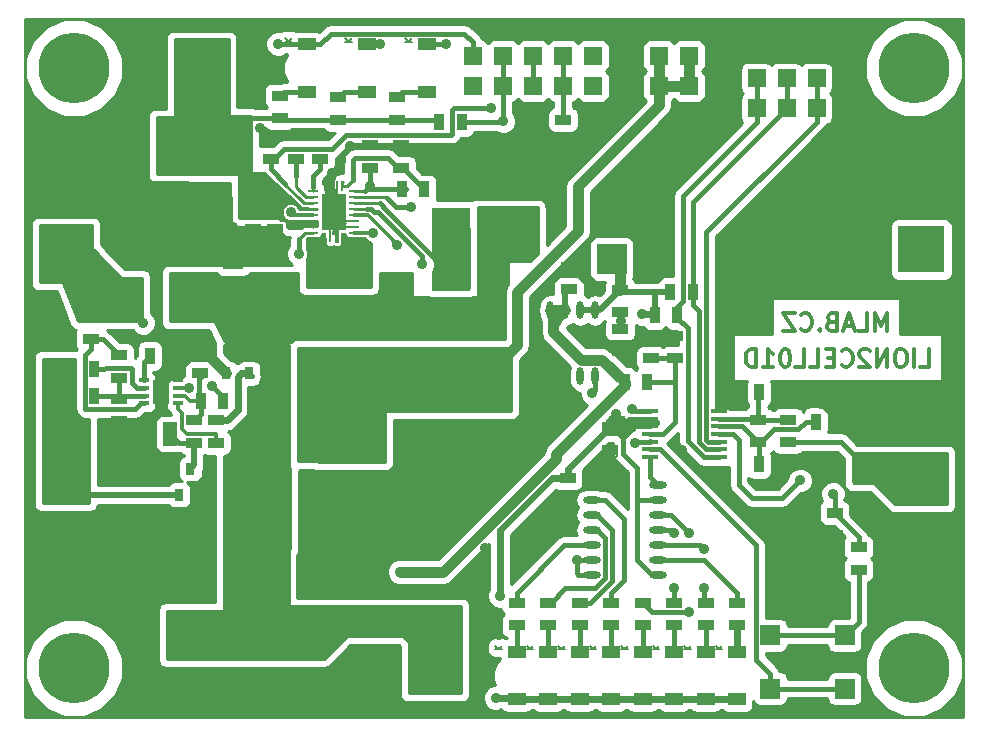
<source format=gbr>
G04 #@! TF.FileFunction,Copper,L2,Bot,Signal*
%FSLAX46Y46*%
G04 Gerber Fmt 4.6, Leading zero omitted, Abs format (unit mm)*
G04 Created by KiCad (PCBNEW 4.0.1-3.201512221401+6198~38~ubuntu15.10.1-stable) date Út 19. leden 2016, 20:18:50 CET*
%MOMM*%
G01*
G04 APERTURE LIST*
%ADD10C,0.300000*%
%ADD11C,0.150000*%
%ADD12R,4.000000X4.000000*%
%ADD13R,1.397000X0.889000*%
%ADD14R,2.499360X2.550160*%
%ADD15R,0.889000X1.397000*%
%ADD16R,2.499360X1.800860*%
%ADD17R,1.800860X2.499360*%
%ADD18R,1.524000X1.524000*%
%ADD19R,3.810000X3.810000*%
%ADD20R,5.500000X3.000000*%
%ADD21C,6.000000*%
%ADD22R,0.800100X1.000760*%
%ADD23R,3.200000X1.000000*%
%ADD24R,2.032000X1.524000*%
%ADD25O,1.473200X0.609600*%
%ADD26R,1.676400X1.676400*%
%ADD27R,1.450000X0.450000*%
%ADD28R,0.850000X0.350000*%
%ADD29R,1.400000X2.000000*%
%ADD30R,2.550160X2.700020*%
%ADD31R,0.850000X0.280000*%
%ADD32R,2.050000X3.050000*%
%ADD33R,0.280000X0.850000*%
%ADD34R,0.280000X1.125000*%
%ADD35R,0.400000X0.450000*%
%ADD36C,0.600000*%
%ADD37R,3.330000X3.810000*%
%ADD38R,1.500000X1.050000*%
%ADD39R,1.200000X2.000000*%
%ADD40O,0.609600X1.473200*%
%ADD41C,0.890000*%
%ADD42C,0.500000*%
%ADD43C,0.890000*%
%ADD44C,0.400000*%
%ADD45C,0.600000*%
%ADD46C,0.180000*%
%ADD47C,0.250000*%
%ADD48C,0.254000*%
G04 APERTURE END LIST*
D10*
X76723000Y30563429D02*
X77437286Y30563429D01*
X77437286Y32063429D01*
X76223000Y30563429D02*
X76223000Y32063429D01*
X75223000Y32063429D02*
X74937286Y32063429D01*
X74794428Y31992000D01*
X74651571Y31849143D01*
X74580143Y31563429D01*
X74580143Y31063429D01*
X74651571Y30777714D01*
X74794428Y30634857D01*
X74937286Y30563429D01*
X75223000Y30563429D01*
X75365857Y30634857D01*
X75508714Y30777714D01*
X75580143Y31063429D01*
X75580143Y31563429D01*
X75508714Y31849143D01*
X75365857Y31992000D01*
X75223000Y32063429D01*
X73937285Y30563429D02*
X73937285Y32063429D01*
X73080142Y30563429D01*
X73080142Y32063429D01*
X72437285Y31920571D02*
X72365856Y31992000D01*
X72222999Y32063429D01*
X71865856Y32063429D01*
X71722999Y31992000D01*
X71651570Y31920571D01*
X71580142Y31777714D01*
X71580142Y31634857D01*
X71651570Y31420571D01*
X72508713Y30563429D01*
X71580142Y30563429D01*
X70080142Y30706286D02*
X70151571Y30634857D01*
X70365857Y30563429D01*
X70508714Y30563429D01*
X70722999Y30634857D01*
X70865857Y30777714D01*
X70937285Y30920571D01*
X71008714Y31206286D01*
X71008714Y31420571D01*
X70937285Y31706286D01*
X70865857Y31849143D01*
X70722999Y31992000D01*
X70508714Y32063429D01*
X70365857Y32063429D01*
X70151571Y31992000D01*
X70080142Y31920571D01*
X69437285Y31349143D02*
X68937285Y31349143D01*
X68722999Y30563429D02*
X69437285Y30563429D01*
X69437285Y32063429D01*
X68722999Y32063429D01*
X67365856Y30563429D02*
X68080142Y30563429D01*
X68080142Y32063429D01*
X66151570Y30563429D02*
X66865856Y30563429D01*
X66865856Y32063429D01*
X65365856Y32063429D02*
X65222999Y32063429D01*
X65080142Y31992000D01*
X65008713Y31920571D01*
X64937284Y31777714D01*
X64865856Y31492000D01*
X64865856Y31134857D01*
X64937284Y30849143D01*
X65008713Y30706286D01*
X65080142Y30634857D01*
X65222999Y30563429D01*
X65365856Y30563429D01*
X65508713Y30634857D01*
X65580142Y30706286D01*
X65651570Y30849143D01*
X65722999Y31134857D01*
X65722999Y31492000D01*
X65651570Y31777714D01*
X65580142Y31920571D01*
X65508713Y31992000D01*
X65365856Y32063429D01*
X63437285Y30563429D02*
X64294428Y30563429D01*
X63865856Y30563429D02*
X63865856Y32063429D01*
X64008713Y31849143D01*
X64151571Y31706286D01*
X64294428Y31634857D01*
X62794428Y30563429D02*
X62794428Y32063429D01*
X62437285Y32063429D01*
X62223000Y31992000D01*
X62080142Y31849143D01*
X62008714Y31706286D01*
X61937285Y31420571D01*
X61937285Y31206286D01*
X62008714Y30920571D01*
X62080142Y30777714D01*
X62223000Y30634857D01*
X62437285Y30563429D01*
X62794428Y30563429D01*
X73917428Y33611429D02*
X73917428Y35111429D01*
X73417428Y34040000D01*
X72917428Y35111429D01*
X72917428Y33611429D01*
X71488856Y33611429D02*
X72203142Y33611429D01*
X72203142Y35111429D01*
X71060285Y34040000D02*
X70345999Y34040000D01*
X71203142Y33611429D02*
X70703142Y35111429D01*
X70203142Y33611429D01*
X69203142Y34397143D02*
X68988856Y34325714D01*
X68917428Y34254286D01*
X68845999Y34111429D01*
X68845999Y33897143D01*
X68917428Y33754286D01*
X68988856Y33682857D01*
X69131714Y33611429D01*
X69703142Y33611429D01*
X69703142Y35111429D01*
X69203142Y35111429D01*
X69060285Y35040000D01*
X68988856Y34968571D01*
X68917428Y34825714D01*
X68917428Y34682857D01*
X68988856Y34540000D01*
X69060285Y34468571D01*
X69203142Y34397143D01*
X69703142Y34397143D01*
X68203142Y33754286D02*
X68131714Y33682857D01*
X68203142Y33611429D01*
X68274571Y33682857D01*
X68203142Y33754286D01*
X68203142Y33611429D01*
X66631713Y33754286D02*
X66703142Y33682857D01*
X66917428Y33611429D01*
X67060285Y33611429D01*
X67274570Y33682857D01*
X67417428Y33825714D01*
X67488856Y33968571D01*
X67560285Y34254286D01*
X67560285Y34468571D01*
X67488856Y34754286D01*
X67417428Y34897143D01*
X67274570Y35040000D01*
X67060285Y35111429D01*
X66917428Y35111429D01*
X66703142Y35040000D01*
X66631713Y34968571D01*
X66131713Y35111429D02*
X65131713Y35111429D01*
X66131713Y33611429D01*
X65131713Y33611429D01*
D11*
X41038780Y6659880D02*
X40733980Y6979920D01*
X41023540Y6697980D02*
X41295320Y6972300D01*
X41295320Y6667500D02*
X40726360Y6662420D01*
X43705780Y6659880D02*
X43400980Y6979920D01*
X43690540Y6697980D02*
X43962320Y6972300D01*
X43962320Y6667500D02*
X43393360Y6662420D01*
X46372780Y6659880D02*
X46067980Y6979920D01*
X46357540Y6697980D02*
X46629320Y6972300D01*
X46629320Y6667500D02*
X46060360Y6662420D01*
X49039780Y6659880D02*
X48734980Y6979920D01*
X49024540Y6697980D02*
X49296320Y6972300D01*
X49296320Y6667500D02*
X48727360Y6662420D01*
X51706780Y6659880D02*
X51401980Y6979920D01*
X51691540Y6697980D02*
X51963320Y6972300D01*
X51963320Y6667500D02*
X51394360Y6662420D01*
X54373780Y6659880D02*
X54068980Y6979920D01*
X54358540Y6697980D02*
X54630320Y6972300D01*
X54630320Y6667500D02*
X54061360Y6662420D01*
X57040780Y6659880D02*
X56735980Y6979920D01*
X57025540Y6697980D02*
X57297320Y6972300D01*
X57297320Y6667500D02*
X56728360Y6662420D01*
X59707780Y6659880D02*
X59402980Y6979920D01*
X59692540Y6697980D02*
X59964320Y6972300D01*
X59964320Y6667500D02*
X59395360Y6662420D01*
X23258780Y58094880D02*
X22953980Y58414920D01*
X23243540Y58132980D02*
X23515320Y58407300D01*
X23515320Y58102500D02*
X22946360Y58097420D01*
X28338780Y58094880D02*
X28033980Y58414920D01*
X28323540Y58132980D02*
X28595320Y58407300D01*
X28595320Y58102500D02*
X28026360Y58097420D01*
X33418780Y58094880D02*
X33113980Y58414920D01*
X33403540Y58132980D02*
X33675320Y58407300D01*
X33675320Y58102500D02*
X33106360Y58097420D01*
D12*
X4326500Y40511000D03*
X76826500Y40511000D03*
X4326500Y21211000D03*
X76826500Y21211000D03*
D13*
X8890000Y27876500D03*
X8890000Y25971500D03*
D14*
X17272000Y43718480D03*
X17272000Y48768000D03*
D13*
X20193000Y44132500D03*
X20193000Y42227500D03*
X8890000Y31559500D03*
X8890000Y29654500D03*
D15*
X11493500Y31496000D03*
X13398500Y31496000D03*
D13*
X21717000Y48196500D03*
X21717000Y50101500D03*
X22098000Y44132500D03*
X22098000Y42227500D03*
X15748000Y30035500D03*
X15748000Y31940500D03*
X32766000Y47434500D03*
X32766000Y49339500D03*
X24765000Y23431500D03*
X24765000Y21526500D03*
X50419000Y25463500D03*
X50419000Y23558500D03*
X62992000Y26098500D03*
X62992000Y24193500D03*
X69469000Y18224500D03*
X69469000Y16319500D03*
D15*
X63055500Y22352000D03*
X64960500Y22352000D03*
X63055500Y28448000D03*
X64960500Y28448000D03*
D13*
X53911500Y31305500D03*
X53911500Y33210500D03*
X46863000Y21145500D03*
X46863000Y19240500D03*
D16*
X9718040Y49276000D03*
X13716000Y49276000D03*
D17*
X18542000Y40098980D03*
X18542000Y36101020D03*
D18*
X19558000Y57150000D03*
X19558000Y54610000D03*
X17018000Y57150000D03*
X17018000Y54610000D03*
X14478000Y57150000D03*
X14478000Y54610000D03*
X11938000Y57150000D03*
X11938000Y54610000D03*
X49022000Y54356000D03*
X49022000Y56896000D03*
X38862000Y56896000D03*
X38862000Y54356000D03*
X43942000Y54356000D03*
X43942000Y56896000D03*
X46482000Y54356000D03*
X46482000Y56896000D03*
X41402000Y54356000D03*
X41402000Y56896000D03*
X31750000Y3810000D03*
X31750000Y6350000D03*
X34290000Y3810000D03*
X34290000Y6350000D03*
X36830000Y3810000D03*
X36830000Y6350000D03*
X39370000Y3810000D03*
X39370000Y6350000D03*
D19*
X14939000Y7874000D03*
X19939000Y7874000D03*
X14939000Y2921000D03*
X19939000Y2921000D03*
D18*
X62865000Y52451000D03*
X62865000Y54991000D03*
X65405000Y52451000D03*
X65405000Y54991000D03*
X67945000Y52451000D03*
X67945000Y54991000D03*
X59690000Y56896000D03*
X59690000Y54356000D03*
X57150000Y56896000D03*
X57150000Y54356000D03*
X54610000Y56896000D03*
X54610000Y54356000D03*
X52070000Y56896000D03*
X52070000Y54356000D03*
D20*
X27559000Y38909000D03*
X27559000Y28909000D03*
D21*
X76200000Y5080000D03*
X5080000Y55880000D03*
X5080000Y5080000D03*
X76200000Y55880000D03*
D22*
X18923000Y32214820D03*
X17970500Y30015180D03*
X19875500Y30015180D03*
D13*
X6477000Y32956500D03*
X6477000Y34861500D03*
D15*
X6794500Y28067000D03*
X4889500Y28067000D03*
X6794500Y30353000D03*
X4889500Y30353000D03*
D13*
X46482000Y51498500D03*
X46482000Y49593500D03*
D15*
X36004500Y51308000D03*
X37909500Y51308000D03*
D13*
X22479000Y51625500D03*
X22479000Y53530500D03*
X27432000Y51498500D03*
X27432000Y53403500D03*
X32385000Y51498500D03*
X32385000Y53403500D03*
D15*
X15811500Y27686000D03*
X17716500Y27686000D03*
D13*
X17081500Y26035000D03*
X17081500Y24130000D03*
X25908000Y48196500D03*
X25908000Y50101500D03*
X23876000Y48196500D03*
X23876000Y50101500D03*
D15*
X32829500Y45593000D03*
X34734500Y45593000D03*
D13*
X30099000Y49339500D03*
X30099000Y47434500D03*
D23*
X36957000Y37517000D03*
X36957000Y31317000D03*
D13*
X65532000Y24193500D03*
X65532000Y26098500D03*
D15*
X69786500Y25908000D03*
X67881500Y25908000D03*
D13*
X71501000Y13398500D03*
X71501000Y15303500D03*
X15240000Y24130000D03*
X15240000Y26035000D03*
D24*
X72136000Y21590000D03*
X72136000Y24892000D03*
D13*
X55943500Y33210500D03*
X55943500Y31305500D03*
D15*
X51689000Y29273500D03*
X53594000Y29273500D03*
D13*
X51308000Y35179000D03*
X51308000Y37084000D03*
X51308000Y31877000D03*
X51308000Y33782000D03*
X42545000Y8699500D03*
X42545000Y10604500D03*
X45212000Y8699500D03*
X45212000Y10604500D03*
X47879000Y8699500D03*
X47879000Y10604500D03*
X50546000Y8699500D03*
X50546000Y10604500D03*
X53213000Y8699500D03*
X53213000Y10604500D03*
X55880000Y8699500D03*
X55880000Y10604500D03*
X58547000Y8699500D03*
X58547000Y10604500D03*
D25*
X48895000Y12954000D03*
X48895000Y14224000D03*
X48895000Y15494000D03*
X48895000Y16764000D03*
X54483000Y16764000D03*
X54483000Y15494000D03*
X54483000Y14224000D03*
X54483000Y12954000D03*
X48895000Y18034000D03*
X48895000Y19304000D03*
X48895000Y20574000D03*
X54483000Y18034000D03*
X54483000Y19304000D03*
X54483000Y20574000D03*
D26*
X70333000Y7838000D03*
X70333000Y3338000D03*
X64033000Y7838000D03*
X64033000Y3338000D03*
D27*
X53819000Y22942000D03*
X53819000Y23592000D03*
X53819000Y24242000D03*
X53819000Y24892000D03*
X53819000Y25542000D03*
X53819000Y26192000D03*
X53819000Y26842000D03*
X59719000Y26842000D03*
X59719000Y26192000D03*
X59719000Y25542000D03*
X59719000Y24892000D03*
X59719000Y24242000D03*
X59719000Y23592000D03*
X59719000Y22942000D03*
D28*
X10971000Y28123000D03*
X10971000Y28773000D03*
X10971000Y29423000D03*
X13921000Y29423000D03*
X13921000Y28773000D03*
X13921000Y28123000D03*
X13921000Y27473000D03*
X10971000Y27473000D03*
D29*
X12446000Y28448000D03*
D30*
X35433000Y24384000D03*
X29083000Y24384000D03*
D18*
X70485000Y52451000D03*
X70485000Y54991000D03*
D31*
X25326000Y41938000D03*
D32*
X27051000Y43688000D03*
D31*
X25326000Y42438000D03*
X25326000Y42938000D03*
X25326000Y43438000D03*
X25326000Y43938000D03*
X25326000Y44438000D03*
X25326000Y44938000D03*
X25326000Y45438000D03*
D33*
X26301000Y45913000D03*
X27801000Y45913000D03*
D31*
X28776000Y45438000D03*
X28776000Y44938000D03*
X28776000Y44438000D03*
X28776000Y43938000D03*
X28776000Y43438000D03*
X28776000Y42938000D03*
X28776000Y42438000D03*
X28776000Y41938000D03*
D33*
X27801000Y41463000D03*
X26301000Y41463000D03*
D10*
G36*
X27491000Y41050500D02*
X27211000Y41050500D01*
X27211000Y42175500D01*
X27491000Y42175500D01*
X27491000Y41050500D01*
X27491000Y41050500D01*
G37*
D34*
X26751000Y41613000D03*
X26751000Y45763000D03*
X27351000Y45763000D03*
D35*
X27051000Y41938000D03*
X27051000Y45438000D03*
D36*
X27686000Y42545000D03*
X27686000Y44831000D03*
X26416000Y44831000D03*
X26416000Y42545000D03*
X27051000Y43688000D03*
D13*
X61214000Y8699500D03*
X61214000Y10604500D03*
D37*
X9282000Y36322000D03*
X15102000Y36322000D03*
X36968000Y42164000D03*
X42788000Y42164000D03*
D38*
X42545000Y2445000D03*
X42545000Y6445000D03*
X45212000Y2445000D03*
X45212000Y6445000D03*
X47879000Y2445000D03*
X47879000Y6445000D03*
X50546000Y2445000D03*
X50546000Y6445000D03*
X53213000Y2445000D03*
X53213000Y6445000D03*
X55880000Y2445000D03*
X55880000Y6445000D03*
X58547000Y2445000D03*
X58547000Y6445000D03*
X61214000Y2445000D03*
X61214000Y6445000D03*
X24765000Y53880000D03*
X24765000Y57880000D03*
X29845000Y53880000D03*
X29845000Y57880000D03*
X34925000Y53880000D03*
X34925000Y57880000D03*
D39*
X10668000Y24892000D03*
X13208000Y24892000D03*
D13*
X46990000Y37147500D03*
X46990000Y39052500D03*
D14*
X50609500Y44752260D03*
X50609500Y39702740D03*
D40*
X49212500Y29781500D03*
X47942500Y29781500D03*
X46672500Y29781500D03*
X45402500Y29781500D03*
X45402500Y35369500D03*
X46672500Y35369500D03*
X47942500Y35369500D03*
X49212500Y35369500D03*
D15*
X56134000Y34988500D03*
X54229000Y34988500D03*
X57467500Y36893500D03*
X55562500Y36893500D03*
D22*
X13970000Y19728180D03*
X14922500Y21927820D03*
X13017500Y21927820D03*
D41*
X32639000Y13208000D03*
X10922000Y34290000D03*
X16764000Y28956000D03*
X14668500Y15811500D03*
X14732000Y17208500D03*
X13271500Y17589500D03*
X11620500Y17589500D03*
X9779000Y17589500D03*
X8255000Y17589500D03*
X6477000Y17589500D03*
X4635500Y17589500D03*
X2857500Y17335500D03*
X3619500Y16065500D03*
X5016500Y14986000D03*
X7175500Y14478000D03*
X8953500Y14478000D03*
X10604500Y14478000D03*
X12446000Y14541500D03*
X14351000Y14351000D03*
X4127500Y33909000D03*
X4572000Y32575500D03*
X1270000Y36004500D03*
X60198000Y34163000D03*
X51308000Y46926500D03*
X53975000Y49720500D03*
X59372500Y49657000D03*
X57467500Y47815500D03*
X77406500Y44577000D03*
X72009000Y44386500D03*
X66929000Y44450000D03*
X49593500Y50165000D03*
X51371500Y52070000D03*
X49974500Y32575500D03*
X47815500Y33528000D03*
X48958500Y37274500D03*
X54546500Y44577000D03*
X52959000Y44640500D03*
X33528000Y11557000D03*
X41021000Y22161500D03*
X39687500Y20891500D03*
X37846000Y18923000D03*
X35433000Y16637000D03*
X33528000Y15811500D03*
X31115000Y15811500D03*
X29210000Y15748000D03*
X26733500Y15811500D03*
X24701500Y15748000D03*
X24892000Y18732500D03*
X52641500Y32575500D03*
X48895000Y33083500D03*
X46736000Y27114500D03*
X44196000Y36258500D03*
X44259500Y32766000D03*
X43688000Y27775180D03*
X8890000Y24637999D03*
X7620000Y24638000D03*
X41402000Y23622000D03*
X39116000Y23368000D03*
X36322000Y21336000D03*
X34544000Y21336000D03*
X32766000Y20320000D03*
X30734000Y20320000D03*
X73152000Y9398000D03*
X73152000Y11430000D03*
X73406000Y13208000D03*
X73406000Y14986000D03*
X76962000Y37338000D03*
X68834000Y37338000D03*
X60198000Y37338000D03*
X60198000Y29972000D03*
X61214000Y28194000D03*
X59944000Y28194000D03*
X69596000Y13208000D03*
X70104000Y11938000D03*
X70104000Y10414000D03*
X64262000Y11938000D03*
X64262000Y13462000D03*
X64262000Y14986000D03*
X64262000Y18288000D03*
X67056000Y19050000D03*
X67564000Y17018000D03*
X13970000Y42672000D03*
X12446000Y43180000D03*
X11049000Y42672000D03*
X9017000Y41910000D03*
X7874000Y46228000D03*
X9398000Y44323000D03*
X29337000Y20319994D03*
X27813002Y20320002D03*
X26162000Y20447000D03*
X17399000Y30586680D03*
X73406000Y16510000D03*
X72136000Y17526000D03*
X71628000Y19050000D03*
X73152000Y18288000D03*
X74930000Y17272000D03*
X76454000Y17272000D03*
X77978000Y17272000D03*
X79502000Y17272000D03*
X74168000Y28194000D03*
X74930000Y26924000D03*
X76200000Y26416000D03*
X77724000Y26416000D03*
X79248000Y26416000D03*
X79248000Y25146000D03*
X77724000Y25146000D03*
X76200000Y25146000D03*
X74676000Y25146000D03*
X73660000Y26416000D03*
X72898000Y27432000D03*
X71374000Y27432000D03*
X69850000Y27432000D03*
X68326000Y27432000D03*
X28829000Y2921000D03*
X27686000Y2921000D03*
X26543000Y2921000D03*
X25400000Y2921000D03*
X24257000Y2921000D03*
X22987000Y2921000D03*
X44196000Y25019000D03*
X43180000Y24003000D03*
X69469000Y14859000D03*
X24910607Y50101500D03*
X34290000Y48895000D03*
X35433000Y48895000D03*
X34671000Y47752000D03*
X35814000Y47752000D03*
X36703000Y48895000D03*
X37846000Y48895000D03*
X46228000Y48260000D03*
X9906000Y57404000D03*
X9906000Y56261000D03*
X9906000Y55118000D03*
X9906000Y53848000D03*
X9906000Y52578000D03*
X11684000Y44450000D03*
X11684000Y45720000D03*
X10414000Y45720000D03*
X10541000Y40386000D03*
X9144000Y40386000D03*
X18542000Y42418000D03*
X39370000Y11938000D03*
X39370000Y13716000D03*
X39878000Y15240000D03*
X70358000Y50292000D03*
X71501000Y50292000D03*
X72517000Y50292000D03*
X73787000Y50292000D03*
X15748000Y33147000D03*
X14224000Y33147000D03*
X9652000Y33147000D03*
X12446000Y26924000D03*
X42418000Y13208000D03*
X42418000Y16002000D03*
X46736000Y17780000D03*
X44704000Y18288000D03*
X12192000Y4318000D03*
X12192000Y3048000D03*
X12192000Y1524000D03*
X65913000Y14859000D03*
X61468000Y18542000D03*
X56515000Y23495000D03*
X58420000Y21590000D03*
X59690000Y20320000D03*
X66548000Y9144000D03*
X68199000Y9144000D03*
X65532000Y9652000D03*
X64389000Y9652000D03*
X44704000Y46736000D03*
X42926000Y45212000D03*
X44450000Y45212000D03*
X45974000Y44958000D03*
X45974000Y43942000D03*
X30480000Y1524000D03*
X32004000Y1524000D03*
X33528000Y1524000D03*
X35052000Y1524000D03*
X36576000Y1524000D03*
X38100000Y1524000D03*
X54864000Y59182000D03*
X56388000Y59182000D03*
X57912000Y59182000D03*
X59436000Y59182000D03*
X60960000Y59182000D03*
X7620000Y49276000D03*
X7620000Y48006000D03*
X16764000Y45720000D03*
X15494000Y45720000D03*
X14224000Y45720000D03*
X12954000Y45720000D03*
X20320000Y39624000D03*
X21590000Y39624000D03*
X22860000Y39624000D03*
X2540000Y50038000D03*
X4318000Y50038000D03*
X6096000Y50038000D03*
X2540000Y48768000D03*
X2540000Y47498000D03*
X2540000Y46228000D03*
X2540000Y44958000D03*
X2540000Y43688000D03*
X4064000Y43688000D03*
X5588000Y43688000D03*
X7112000Y43688000D03*
X20066000Y53086000D03*
X20828000Y50800000D03*
X28448000Y49276000D03*
X27686000Y48006000D03*
X26924000Y46990000D03*
X67818000Y48768000D03*
X66294000Y47244000D03*
X65024000Y45974000D03*
X63500000Y44450000D03*
X66294000Y28448000D03*
X68072000Y28956000D03*
X50927000Y21209000D03*
X50165000Y22098000D03*
X40386000Y52451000D03*
X34543998Y39243000D03*
X36829992Y31369000D03*
X52324000Y27017010D03*
X69342000Y19812000D03*
X23421502Y43688000D03*
X22352000Y57912000D03*
X30356276Y41874421D03*
X30988000Y57912000D03*
X24130000Y40132000D03*
X36576000Y57912000D03*
X32414992Y40923996D03*
X33599912Y44140033D03*
X41402000Y51353464D03*
X30099000Y45847000D03*
X66548000Y20955000D03*
X57150000Y16510000D03*
X57150000Y9779000D03*
X55880000Y16510000D03*
X55880000Y11811000D03*
X58420000Y15113000D03*
X58420000Y11811000D03*
X52576971Y24168153D03*
X47625000Y14224000D03*
X53149500Y35052000D03*
X50927000Y26543000D03*
X41148000Y11176000D03*
X40767000Y2540000D03*
X51371500Y34480500D03*
X48958500Y28321000D03*
X14802209Y28820798D03*
X13208000Y24892000D03*
D42*
X46672500Y35369500D02*
X46672500Y36830000D01*
X46672500Y36830000D02*
X46990000Y37147500D01*
D43*
X45656990Y34187230D02*
X45656990Y35115010D01*
X45656990Y35115010D02*
X45402500Y35369500D01*
X45910500Y35369500D02*
X46672500Y35369500D01*
X45402500Y35369500D02*
X45910500Y35369500D01*
X45910500Y35369500D02*
X45910500Y34440740D01*
X45910500Y34440740D02*
X45656990Y34187230D01*
X45656990Y34187230D02*
X45656990Y33503770D01*
X45656990Y33503770D02*
X48017650Y31143110D01*
X46672500Y35369500D02*
X45656990Y34353990D01*
X45656990Y34353990D02*
X45656990Y33503770D01*
X48017650Y31143110D02*
X49819390Y31143110D01*
X49819390Y31143110D02*
X51689000Y29273500D01*
X45907340Y22796500D02*
X45907340Y23237840D01*
X45907340Y23237840D02*
X51689000Y29019500D01*
X51689000Y29019500D02*
X51689000Y29273500D01*
X32639000Y13208000D02*
X36318840Y13208000D01*
X36318840Y13208000D02*
X45907340Y22796500D01*
D44*
X9282000Y36322000D02*
X9282000Y35930000D01*
X9282000Y35930000D02*
X10922000Y34290000D01*
X17716500Y27686000D02*
X17716500Y28003500D01*
X17716500Y28003500D02*
X16764000Y28956000D01*
X17716500Y27686000D02*
X17716500Y27800270D01*
X10414000Y35190000D02*
X9282000Y36322000D01*
X5778999Y39179999D02*
X5334000Y38735000D01*
X5836325Y39237325D02*
X5778999Y39179999D01*
X5836325Y39243000D02*
X5836325Y39237325D01*
X6217325Y39243000D02*
X5836325Y39243000D01*
X7048999Y40125001D02*
X7048999Y40074674D01*
X4390000Y40384000D02*
X6790000Y40384000D01*
X6644000Y39243000D02*
X5836325Y39243000D01*
X9565000Y36322000D02*
X6644000Y39243000D01*
X7048999Y40074674D02*
X6217325Y39243000D01*
X6790000Y40384000D02*
X7048999Y40125001D01*
X17589500Y27686000D02*
X17546756Y27686000D01*
X8890000Y27876500D02*
X8890000Y29654500D01*
X6794500Y28067000D02*
X8699500Y28067000D01*
X8699500Y28067000D02*
X8890000Y27876500D01*
X10971000Y28123000D02*
X9136500Y28123000D01*
X9136500Y28123000D02*
X8890000Y27876500D01*
X8763000Y28003500D02*
X8890000Y27876500D01*
D42*
X13271500Y17589500D02*
X14351000Y17589500D01*
X14351000Y17589500D02*
X14732000Y17208500D01*
X9779000Y17589500D02*
X11620500Y17589500D01*
X6477000Y17589500D02*
X8255000Y17589500D01*
X2857500Y17335500D02*
X4381500Y17335500D01*
X4381500Y17335500D02*
X4635500Y17589500D01*
X5016500Y14986000D02*
X4699000Y14986000D01*
X4699000Y14986000D02*
X3619500Y16065500D01*
X8953500Y14478000D02*
X7175500Y14478000D01*
X12446000Y14541500D02*
X10668000Y14541500D01*
X10668000Y14541500D02*
X10604500Y14478000D01*
X10668000Y4787000D02*
X10668000Y10668000D01*
X10668000Y10668000D02*
X14351000Y14351000D01*
X14939000Y2921000D02*
X12534000Y2921000D01*
X12534000Y2921000D02*
X10668000Y4787000D01*
X14939000Y2921000D02*
X10604500Y2921000D01*
D45*
X1270000Y36004500D02*
X1270000Y35877500D01*
X1270000Y35877500D02*
X4572000Y32575500D01*
X53975000Y49720500D02*
X53975000Y49593500D01*
X53975000Y49593500D02*
X51308000Y46926500D01*
X57467500Y47815500D02*
X57531000Y47815500D01*
X57531000Y47815500D02*
X59372500Y49657000D01*
X72009000Y44386500D02*
X77216000Y44386500D01*
X77216000Y44386500D02*
X77406500Y44577000D01*
X63500000Y44450000D02*
X66929000Y44450000D01*
X52070000Y54356000D02*
X52070000Y52768500D01*
X52070000Y52768500D02*
X51371500Y52070000D01*
D42*
X49403000Y32575500D02*
X49974500Y32575500D01*
X49974500Y32575500D02*
X52641500Y32575500D01*
D45*
X47815500Y33528000D02*
X49022000Y33528000D01*
X49022000Y33528000D02*
X49974500Y32575500D01*
X46990000Y39052500D02*
X47180500Y39052500D01*
X47180500Y39052500D02*
X48958500Y37274500D01*
X50609500Y44752260D02*
X52847240Y44752260D01*
X52847240Y44752260D02*
X52959000Y44640500D01*
X39687500Y20891500D02*
X39751000Y20891500D01*
X39751000Y20891500D02*
X41021000Y22161500D01*
X35433000Y16637000D02*
X35560000Y16637000D01*
X35560000Y16637000D02*
X37846000Y18923000D01*
X31115000Y15811500D02*
X33528000Y15811500D01*
X26733500Y15811500D02*
X29146500Y15811500D01*
X29146500Y15811500D02*
X29210000Y15748000D01*
X24892000Y18732500D02*
X24892000Y15938500D01*
X24892000Y15938500D02*
X24701500Y15748000D01*
D42*
X48895000Y33083500D02*
X49403000Y32575500D01*
X46672500Y29781500D02*
X46672500Y27178000D01*
X46672500Y27178000D02*
X46736000Y27114500D01*
X44259500Y32766000D02*
X44259500Y36195000D01*
X44259500Y36195000D02*
X44196000Y36258500D01*
D10*
X42926000Y28537180D02*
X43688000Y27775180D01*
D42*
X44196000Y25019000D02*
X44196000Y27267180D01*
X44196000Y27267180D02*
X43688000Y27775180D01*
D46*
X8890000Y25971500D02*
X8890000Y24637999D01*
D44*
X8890000Y25971500D02*
X8890000Y25908000D01*
X8890000Y25908000D02*
X7620000Y24638000D01*
D46*
X36322000Y21336000D02*
X37084000Y21336000D01*
X37084000Y21336000D02*
X39116000Y23368000D01*
X32766000Y20320000D02*
X33528000Y20320000D01*
X33528000Y20320000D02*
X34544000Y21336000D01*
X29337000Y20319994D02*
X30733994Y20319994D01*
X30733994Y20319994D02*
X30734000Y20320000D01*
X73406000Y13208000D02*
X73406000Y11684000D01*
X73406000Y11684000D02*
X73152000Y11430000D01*
X73406000Y16510000D02*
X73406000Y14986000D01*
X60198000Y37338000D02*
X68834000Y37338000D01*
X61214000Y28194000D02*
X61214000Y28956000D01*
X61214000Y28956000D02*
X60198000Y29972000D01*
X59719000Y26842000D02*
X59719000Y27969000D01*
X59719000Y27969000D02*
X59944000Y28194000D01*
X70104000Y10414000D02*
X70104000Y11938000D01*
X64262000Y13462000D02*
X64262000Y11938000D01*
X64262000Y18288000D02*
X64262000Y14986000D01*
X67564000Y17018000D02*
X67564000Y18542000D01*
X67564000Y18542000D02*
X67056000Y19050000D01*
X11049000Y42672000D02*
X13970000Y42672000D01*
X11816675Y43180000D02*
X12446000Y43180000D01*
X11043325Y43180000D02*
X11816675Y43180000D01*
X10662325Y43561000D02*
X11043325Y43180000D01*
X9017000Y43434000D02*
X9017000Y42539325D01*
X9080999Y43497999D02*
X9017000Y43434000D01*
X9017000Y42539325D02*
X9017000Y41910000D01*
X13462000Y46007020D02*
X11590020Y46007020D01*
X11684000Y44450000D02*
X10795000Y43561000D01*
X10795000Y43561000D02*
X10662325Y43561000D01*
X9144000Y43561000D02*
X9080999Y43497999D01*
X11590020Y46007020D02*
X9080999Y43497999D01*
X10662325Y43561000D02*
X9144000Y43561000D01*
X18542000Y42418000D02*
X14732000Y46228000D01*
X14732000Y46228000D02*
X8503325Y46228000D01*
X8503325Y46228000D02*
X7874000Y46228000D01*
X9842999Y43878001D02*
X9398000Y44323000D01*
X16953230Y42037000D02*
X16885325Y42037000D01*
X21653500Y42037000D02*
X16885325Y42037000D01*
X18542000Y40098980D02*
X18542000Y40448230D01*
X22098000Y42481500D02*
X21653500Y42037000D01*
X16885325Y42037000D02*
X11684000Y42037000D01*
X11684000Y42037000D02*
X9842999Y43878001D01*
X18542000Y40448230D02*
X16953230Y42037000D01*
X27813002Y20320002D02*
X29336992Y20320002D01*
X29336992Y20320002D02*
X29337000Y20319994D01*
X26098500Y20447000D02*
X26162000Y20447000D01*
X25019000Y21526500D02*
X26098500Y20447000D01*
X24765000Y21526500D02*
X25019000Y21526500D01*
D43*
X17399000Y30586680D02*
X16299180Y31686500D01*
X17970500Y30015180D02*
X17399000Y30586680D01*
D10*
X71628000Y19050000D02*
X68326000Y22352000D01*
X68326000Y22352000D02*
X64960500Y22352000D01*
X42926000Y30924500D02*
X42926000Y28537180D01*
X44196000Y27267180D02*
X44196000Y26316940D01*
X44196000Y31940500D02*
X43942000Y31940500D01*
X43942000Y31940500D02*
X42926000Y30924500D01*
D44*
X71628000Y19050000D02*
X71628000Y18034000D01*
X71628000Y18034000D02*
X72136000Y17526000D01*
X74930000Y17272000D02*
X74168000Y17272000D01*
X74168000Y17272000D02*
X73152000Y18288000D01*
X77978000Y17272000D02*
X76454000Y17272000D01*
X80010000Y17780000D02*
X79502000Y17272000D01*
X80010000Y24384000D02*
X80010000Y17780000D01*
X79692999Y24701001D02*
X80010000Y24384000D01*
X79248000Y25146000D02*
X79692999Y24701001D01*
X76200000Y26416000D02*
X75438000Y26416000D01*
X75438000Y26416000D02*
X74930000Y26924000D01*
X79248000Y26416000D02*
X77724000Y26416000D01*
X77724000Y25146000D02*
X79248000Y25146000D01*
X74676000Y25146000D02*
X76200000Y25146000D01*
X72898000Y27432000D02*
X72898000Y27178000D01*
X72898000Y27178000D02*
X73660000Y26416000D01*
X69850000Y27432000D02*
X71374000Y27432000D01*
X69786500Y25908000D02*
X69786500Y25971500D01*
X69786500Y25971500D02*
X68326000Y27432000D01*
X26543000Y2921000D02*
X27686000Y2921000D01*
X24257000Y2921000D02*
X25400000Y2921000D01*
X19939000Y2921000D02*
X22987000Y2921000D01*
D46*
X12065000Y1270000D02*
X12065000Y1977388D01*
X12065000Y3556000D02*
X12065000Y3175000D01*
X14939000Y2921000D02*
X12854000Y2921000D01*
X12854000Y2921000D02*
X12065000Y3710000D01*
X12065000Y3710000D02*
X12065000Y4445000D01*
X26751000Y45763000D02*
X26751000Y45738000D01*
X26751000Y45738000D02*
X27051000Y45438000D01*
X28776000Y42938000D02*
X27801000Y42938000D01*
X27801000Y42938000D02*
X27051000Y43688000D01*
X27351000Y45763000D02*
X27351000Y43988000D01*
X27351000Y43988000D02*
X27051000Y43688000D01*
X13398500Y31496000D02*
X15684500Y31496000D01*
X15684500Y31496000D02*
X15875000Y31686500D01*
X13921000Y29423000D02*
X13921000Y30973500D01*
X13921000Y30973500D02*
X13398500Y31496000D01*
X12771000Y28773000D02*
X12446000Y28448000D01*
X69469000Y14859000D02*
X69469000Y16319500D01*
X51054000Y23304500D02*
X51054000Y22987000D01*
X27355999Y41706999D02*
X27355999Y41529000D01*
X27355999Y41859001D02*
X27355999Y41706999D01*
X27051000Y41938000D02*
X27277000Y41938000D01*
X27277000Y41938000D02*
X27355999Y41859001D01*
X27051000Y41938000D02*
X27051000Y43688000D01*
X26751000Y41613000D02*
X26751000Y43388000D01*
X26751000Y43388000D02*
X27051000Y43688000D01*
X27051000Y43688000D02*
X27051000Y43180000D01*
X27051000Y43180000D02*
X27793000Y42438000D01*
X27793000Y42438000D02*
X28101000Y42438000D01*
X28101000Y42438000D02*
X28776000Y42438000D01*
X44196000Y26316940D02*
X44196000Y25019000D01*
X21717000Y50101500D02*
X23876000Y50101500D01*
X23876000Y50101500D02*
X24910607Y50101500D01*
X24910607Y50101500D02*
X25908000Y50101500D01*
X26860500Y50101500D02*
X27178000Y50419000D01*
X23876000Y50101500D02*
X26860500Y50101500D01*
X33845500Y49339500D02*
X34290000Y48895000D01*
X32766000Y49339500D02*
X33845500Y49339500D01*
X35433000Y48514000D02*
X34671000Y47752000D01*
X35433000Y48895000D02*
X35433000Y48514000D01*
X35814000Y48006000D02*
X36703000Y48895000D01*
X35814000Y47752000D02*
X35814000Y48006000D01*
X48895000Y20574000D02*
X50292000Y20574000D01*
X42799000Y24384000D02*
X43180000Y24003000D01*
X35433000Y24384000D02*
X42799000Y24384000D01*
X46482000Y48514000D02*
X46228000Y48260000D01*
X46482000Y49593500D02*
X46482000Y48514000D01*
X30099000Y49339500D02*
X32766000Y49339500D01*
X52070000Y55368000D02*
X52070000Y56896000D01*
X52070000Y54356000D02*
X52070000Y55368000D01*
X59690000Y54356000D02*
X59690000Y56896000D01*
X70485000Y55368000D02*
X70485000Y56896000D01*
X70485000Y54356000D02*
X70485000Y55368000D01*
X70485000Y54356000D02*
X70485000Y52705000D01*
X11938000Y57150000D02*
X9906000Y57404000D01*
X9906000Y56261000D02*
X9906000Y55372000D01*
X9906000Y55118000D02*
X9906000Y53848000D01*
X11684000Y45720000D02*
X10414000Y45720000D01*
X10541000Y40386000D02*
X9144000Y40386000D01*
X39370000Y6350000D02*
X39370000Y11938000D01*
X39370000Y13716000D02*
X39878000Y15240000D01*
X70358000Y50292000D02*
X71501000Y50292000D01*
X72517000Y50292000D02*
X73787000Y50292000D01*
X14097000Y31496000D02*
X15748000Y33147000D01*
X13398500Y31496000D02*
X14097000Y31496000D01*
X14224000Y33147000D02*
X9652000Y33147000D01*
X12446000Y28448000D02*
X12446000Y26924000D01*
X46609000Y19240500D02*
X42418000Y15049500D01*
X46863000Y19240500D02*
X46609000Y19240500D01*
X42418000Y15049500D02*
X42418000Y13208000D01*
X44958000Y16002000D02*
X46736000Y17780000D01*
X42418000Y16002000D02*
X44958000Y16002000D01*
X13589000Y2921000D02*
X12192000Y4318000D01*
X14939000Y2921000D02*
X13589000Y2921000D01*
X12192000Y3302000D02*
X12192000Y3048000D01*
X64770000Y14859000D02*
X61468000Y18542000D01*
X65913000Y14859000D02*
X64770000Y14859000D01*
X56515000Y23495000D02*
X58420000Y21590000D01*
X65913000Y14859000D02*
X66548000Y9144000D01*
X66294000Y9144000D02*
X65532000Y9652000D01*
X66548000Y9144000D02*
X66294000Y9144000D01*
X64389000Y9652000D02*
X63627000Y9652000D01*
X65913000Y16192500D02*
X65913000Y14859000D01*
X78486000Y37084000D02*
X79502000Y36068000D01*
X79502000Y28194000D02*
X77724000Y26416000D01*
X60452000Y37084000D02*
X78486000Y37084000D01*
X60452000Y27980000D02*
X60452000Y37084000D01*
X59719000Y27247000D02*
X60452000Y27980000D01*
X79502000Y36068000D02*
X79502000Y28194000D01*
X59719000Y26842000D02*
X59719000Y27247000D01*
D43*
X16299180Y31686500D02*
X15875000Y31686500D01*
D46*
X44704000Y46736000D02*
X42926000Y45212000D01*
X44450000Y45212000D02*
X45974000Y44958000D01*
X30480000Y1524000D02*
X32004000Y1524000D01*
X33528000Y1524000D02*
X35052000Y1524000D01*
X36576000Y1524000D02*
X38100000Y1524000D01*
X54864000Y59182000D02*
X56388000Y59182000D01*
X57912000Y59182000D02*
X59436000Y59182000D01*
X9718040Y49276000D02*
X7620000Y49276000D01*
X16764000Y45681560D02*
X16764000Y45720000D01*
X17272000Y45173560D02*
X16764000Y45681560D01*
X17272000Y43718480D02*
X17272000Y45173560D01*
X15494000Y45720000D02*
X14224000Y45720000D01*
X19845020Y40098980D02*
X20320000Y39624000D01*
X18542000Y40098980D02*
X19845020Y40098980D01*
X21590000Y39624000D02*
X22860000Y39624000D01*
X2540000Y50038000D02*
X4318000Y50038000D01*
X2540000Y50038000D02*
X2540000Y48768000D01*
X2540000Y47498000D02*
X2540000Y46228000D01*
X2540000Y44958000D02*
X2540000Y43688000D01*
X4064000Y43688000D02*
X5588000Y43688000D01*
X19558000Y53594000D02*
X20066000Y53086000D01*
X19558000Y54610000D02*
X19558000Y53594000D01*
X21526500Y50101500D02*
X20828000Y50800000D01*
X21717000Y50101500D02*
X21526500Y50101500D01*
X28511500Y49339500D02*
X28448000Y49276000D01*
X30099000Y49339500D02*
X28511500Y49339500D01*
X27686000Y47752000D02*
X26924000Y46990000D01*
X27686000Y48006000D02*
X27686000Y47752000D01*
X69342000Y50292000D02*
X67818000Y48768000D01*
X70358000Y50292000D02*
X69342000Y50292000D01*
X66294000Y47244000D02*
X65024000Y45974000D01*
X67564000Y28448000D02*
X68072000Y28956000D01*
X66294000Y28448000D02*
X67564000Y28448000D01*
X51054000Y22987000D02*
X50165000Y22098000D01*
X50292000Y20574000D02*
X50927000Y21209000D01*
D47*
X25326000Y42438000D02*
X25326000Y42938000D01*
D48*
X22987000Y51467000D02*
X23489802Y51467000D01*
X14224000Y49877980D02*
X18524220Y49877980D01*
X18524220Y49877980D02*
X18796000Y50149760D01*
X14478000Y54610000D02*
X14478000Y50131980D01*
X14478000Y50131980D02*
X14224000Y49877980D01*
D44*
X32385000Y51498500D02*
X27432000Y51498500D01*
X22606000Y51498500D02*
X22479000Y51625500D01*
X27432000Y51498500D02*
X22606000Y51498500D01*
X22479000Y51625500D02*
X16827500Y51625500D01*
X17399000Y51054000D02*
X17399000Y50276760D01*
X16827500Y51625500D02*
X17399000Y51054000D01*
X35814000Y51498500D02*
X36004500Y51308000D01*
X32385000Y51498500D02*
X35814000Y51498500D01*
X6477000Y32956500D02*
X7493000Y32956500D01*
X7493000Y32956500D02*
X8890000Y31559500D01*
X10971000Y27473000D02*
X10721000Y27473000D01*
X10721000Y27473000D02*
X10236499Y26988499D01*
X5969999Y27064499D02*
X5969999Y31604999D01*
X10236499Y26988499D02*
X6045999Y26988499D01*
X6045999Y26988499D02*
X5969999Y27064499D01*
X5969999Y31604999D02*
X6477000Y32112000D01*
X6477000Y32112000D02*
X6477000Y32956500D01*
X10971000Y29423000D02*
X10971000Y30973500D01*
X10971000Y30973500D02*
X11493500Y31496000D01*
D47*
X22974267Y46094733D02*
X22974267Y46006608D01*
X22974267Y46006608D02*
X24130000Y44850875D01*
D44*
X21717000Y47352000D02*
X22974267Y46094733D01*
D47*
X25326000Y44438000D02*
X24542875Y44438000D01*
X24542875Y44438000D02*
X24130000Y44850875D01*
D44*
X21717000Y47352000D02*
X21717000Y48196500D01*
X37084999Y52310501D02*
X37225498Y52451000D01*
X37084999Y50305499D02*
X37084999Y52310501D01*
X37008999Y50229499D02*
X37084999Y50305499D01*
X37225498Y52451000D02*
X40386000Y52451000D01*
X28118999Y50229499D02*
X37008999Y50229499D01*
X26930500Y49041000D02*
X28118999Y50229499D01*
X22815500Y49041000D02*
X26930500Y49041000D01*
X21971000Y48196500D02*
X22815500Y49041000D01*
X21717000Y48196500D02*
X21971000Y48196500D01*
X43942000Y54356000D02*
X43942000Y56896000D01*
X15811500Y27686000D02*
X15811500Y26606500D01*
X15811500Y26606500D02*
X15240000Y26035000D01*
D10*
X13921000Y28123000D02*
X14465002Y28123000D01*
X14465002Y28123000D02*
X14902002Y27686000D01*
X14902002Y27686000D02*
X15811500Y27686000D01*
D44*
X15684500Y27686000D02*
X15684500Y29591000D01*
X15684500Y29591000D02*
X15875000Y29781500D01*
X32766000Y47434500D02*
X32893000Y47434500D01*
X32893000Y47434500D02*
X34734500Y45593000D01*
X32512000Y47434500D02*
X32766000Y47434500D01*
X31667500Y48279000D02*
X32512000Y47434500D01*
X28860500Y48279000D02*
X31667500Y48279000D01*
X28702000Y48120500D02*
X28860500Y48279000D01*
X28702000Y46424000D02*
X28702000Y48120500D01*
D47*
X27801000Y45913000D02*
X27801000Y46198000D01*
X27801000Y46198000D02*
X27813000Y46210000D01*
X28191000Y45913000D02*
X28702000Y46424000D01*
X27801000Y45913000D02*
X28191000Y45913000D01*
D43*
X36957000Y31317000D02*
X41477000Y31317000D01*
X41477000Y31317000D02*
X42608991Y32448991D01*
X42608991Y32448991D02*
X42608991Y36901989D01*
X42608991Y36901989D02*
X47752000Y42044998D01*
X47752000Y42044998D02*
X47752000Y45846000D01*
X47752000Y45846000D02*
X54610000Y52704000D01*
X54610000Y52704000D02*
X54610000Y54356000D01*
D44*
X34543998Y39243000D02*
X34543998Y39961744D01*
X30480000Y43688000D02*
X30226000Y43942000D01*
X34543998Y39961744D02*
X30817742Y43688000D01*
X30226000Y43942000D02*
X29845000Y43942000D01*
X30817742Y43688000D02*
X30480000Y43688000D01*
D43*
X57150000Y54356000D02*
X57150000Y56896000D01*
X54610000Y54356000D02*
X57150000Y54356000D01*
X54610000Y54356000D02*
X54610000Y56896000D01*
D47*
X28776000Y43938000D02*
X30230000Y43938000D01*
D44*
X65532000Y26098500D02*
X62992000Y26098500D01*
X62992000Y26098500D02*
X62992000Y28384500D01*
X62992000Y28384500D02*
X63055500Y28448000D01*
X59719000Y26192000D02*
X62898500Y26192000D01*
X62898500Y26192000D02*
X62992000Y26098500D01*
X66402999Y25273999D02*
X64326499Y25273999D01*
X63246000Y24193500D02*
X62992000Y24193500D01*
X64326499Y25273999D02*
X63246000Y24193500D01*
X67881500Y25908000D02*
X67037000Y25908000D01*
X67037000Y25908000D02*
X66402999Y25273999D01*
X63055500Y22352000D02*
X63055500Y24130000D01*
X63055500Y24130000D02*
X62992000Y24193500D01*
X59719000Y25542000D02*
X61643500Y25542000D01*
X61643500Y25542000D02*
X62992000Y24193500D01*
X53819000Y26842000D02*
X52499010Y26842000D01*
X52499010Y26842000D02*
X52324000Y27017010D01*
X69469000Y18224500D02*
X69469000Y19685000D01*
X69469000Y19685000D02*
X69342000Y19812000D01*
X71501000Y15303500D02*
X71501000Y16192500D01*
X71501000Y16192500D02*
X69469000Y18224500D01*
X53911500Y31305500D02*
X55943500Y31305500D01*
X55943500Y25891500D02*
X55943500Y29273500D01*
X55943500Y29273500D02*
X55943500Y30461000D01*
X53594000Y29273500D02*
X55943500Y29273500D01*
X53819000Y24892000D02*
X54944000Y24892000D01*
X54944000Y24892000D02*
X55943500Y25891500D01*
X55943500Y30461000D02*
X55943500Y31305500D01*
X22828500Y53880000D02*
X22479000Y53530500D01*
X24765000Y53880000D02*
X22828500Y53880000D01*
D10*
X25326000Y43438000D02*
X23671502Y43438000D01*
X23671502Y43438000D02*
X23421502Y43688000D01*
D44*
X24765000Y57880000D02*
X22384000Y57880000D01*
X22384000Y57880000D02*
X22352000Y57912000D01*
X24765000Y57880000D02*
X24670000Y57880000D01*
X24765000Y57880000D02*
X24389279Y57880000D01*
X24765000Y57880000D02*
X25915000Y57880000D01*
X25915000Y57880000D02*
X26820001Y58785001D01*
X38862000Y58058000D02*
X38862000Y56896000D01*
X26820001Y58785001D02*
X38134999Y58785001D01*
X38134999Y58785001D02*
X38862000Y58058000D01*
X24733000Y57912000D02*
X24765000Y57880000D01*
X24765000Y57880000D02*
X24295168Y57880000D01*
X27908500Y53880000D02*
X27432000Y53403500D01*
X29845000Y53880000D02*
X27908500Y53880000D01*
D10*
X30292697Y41938000D02*
X30356276Y41874421D01*
X28776000Y41938000D02*
X30292697Y41938000D01*
D44*
X29877000Y57912000D02*
X29845000Y57880000D01*
D42*
X30956000Y57880000D02*
X30988000Y57912000D01*
X29845000Y57880000D02*
X30956000Y57880000D01*
D44*
X32861500Y53880000D02*
X32385000Y53403500D01*
X34925000Y53880000D02*
X32861500Y53880000D01*
X24130000Y40386000D02*
X24130000Y40132000D01*
X24130000Y41417000D02*
X24130000Y40386000D01*
D47*
X25326000Y41938000D02*
X24651000Y41938000D01*
X24651000Y41938000D02*
X24130000Y41417000D01*
D44*
X36544000Y57880000D02*
X36576000Y57912000D01*
X34925000Y57880000D02*
X36544000Y57880000D01*
X42545000Y6445000D02*
X42545000Y8699500D01*
X45212000Y8699500D02*
X45212000Y6445000D01*
X47879000Y6445000D02*
X47879000Y8699500D01*
X50546000Y6445000D02*
X50546000Y8699500D01*
X53213000Y6445000D02*
X53213000Y8699500D01*
X55880000Y6445000D02*
X55880000Y8699500D01*
X58547000Y6445000D02*
X58547000Y8699500D01*
D10*
X31969993Y41368995D02*
X32414992Y40923996D01*
X29926999Y43411989D02*
X31969993Y41368995D01*
X29501000Y43438000D02*
X29527011Y43411989D01*
X28776000Y43438000D02*
X29501000Y43438000D01*
X29527011Y43411989D02*
X29926999Y43411989D01*
D44*
X46482000Y54356000D02*
X46482000Y51498500D01*
X46482000Y54356000D02*
X46482000Y56896000D01*
D47*
X31501979Y44952021D02*
X31610990Y44843010D01*
X30744807Y44952021D02*
X31501979Y44952021D01*
X30710796Y44918010D02*
X30744807Y44952021D01*
X29470990Y44918010D02*
X30710796Y44918010D01*
X28776000Y44938000D02*
X29451000Y44938000D01*
X29451000Y44938000D02*
X29470990Y44918010D01*
D44*
X31610990Y44843010D02*
X32313967Y44140033D01*
X32313967Y44140033D02*
X32970587Y44140033D01*
X32970587Y44140033D02*
X33599912Y44140033D01*
X41402000Y56896000D02*
X41402000Y54356000D01*
X41356536Y51308000D02*
X41402000Y51353464D01*
X37909500Y51308000D02*
X41356536Y51308000D01*
X41402000Y54356000D02*
X41402000Y51353464D01*
D47*
X27801000Y41463000D02*
X27801000Y39151000D01*
X27801000Y39151000D02*
X27559000Y38909000D01*
X26301000Y41463000D02*
X26301000Y40167000D01*
X26301000Y40167000D02*
X27559000Y38909000D01*
D45*
X18923000Y29718000D02*
X18923000Y26885498D01*
X18923000Y26885498D02*
X18072502Y26035000D01*
X19875500Y30015180D02*
X19220180Y30015180D01*
X19220180Y30015180D02*
X18923000Y29718000D01*
X17081500Y26035000D02*
X18072502Y26035000D01*
D44*
X20129500Y29761180D02*
X19875500Y30015180D01*
X10971000Y28773000D02*
X10405501Y28773000D01*
X10405501Y28773000D02*
X9968501Y29210000D01*
X9968501Y29210000D02*
X9968501Y30403001D01*
X9968501Y30403001D02*
X9892501Y30479001D01*
X9892501Y30479001D02*
X7765001Y30479001D01*
X7765001Y30479001D02*
X7639000Y30353000D01*
X7639000Y30353000D02*
X6794500Y30353000D01*
D10*
X13921000Y27473000D02*
X13921000Y26998000D01*
X13921000Y26998000D02*
X14211499Y26707501D01*
X14211499Y26707501D02*
X14211499Y25326499D01*
X14211499Y25326499D02*
X14633497Y24904501D01*
X17051499Y24904501D02*
X17081500Y24874500D01*
X14633497Y24904501D02*
X17051499Y24904501D01*
X17081500Y24874500D02*
X17081500Y24130000D01*
D44*
X25326000Y45828000D02*
X25326000Y46770000D01*
X25326000Y46770000D02*
X25908000Y47352000D01*
X25908000Y47352000D02*
X25908000Y48196500D01*
D47*
X25326000Y45438000D02*
X25326000Y45828000D01*
X25326000Y45828000D02*
X25400000Y45902000D01*
X25326000Y44938000D02*
X24831675Y44938000D01*
X24831675Y44938000D02*
X24711998Y44938000D01*
X24711998Y44938000D02*
X23876000Y45773998D01*
X23876000Y45773998D02*
X23876000Y46736000D01*
D44*
X23876000Y46736000D02*
X23876000Y48196500D01*
X30099000Y47434500D02*
X30099000Y45847000D01*
X30099000Y45847000D02*
X29908500Y45656500D01*
X29690000Y45438000D02*
X29908500Y45656500D01*
X29908500Y45656500D02*
X33147000Y45656500D01*
D47*
X28776000Y45438000D02*
X29690000Y45438000D01*
D44*
X61341000Y24384000D02*
X61341000Y20588498D01*
X60833000Y24892000D02*
X60877999Y24847001D01*
X59719000Y24892000D02*
X60833000Y24892000D01*
X60877999Y24847001D02*
X61341000Y24384000D01*
X65024999Y19431999D02*
X66548000Y20955000D01*
X62497499Y19431999D02*
X65024999Y19431999D01*
X61341000Y20588498D02*
X62497499Y19431999D01*
X70333000Y7838000D02*
X69094800Y7838000D01*
X69094800Y7838000D02*
X64033000Y7838000D01*
X71501000Y13398500D02*
X71501000Y9006000D01*
X71501000Y9006000D02*
X70333000Y7838000D01*
X42545000Y11449000D02*
X42545000Y10604500D01*
X46590000Y15494000D02*
X42545000Y11449000D01*
X48895000Y15494000D02*
X46590000Y15494000D01*
X49152267Y11811000D02*
X50031600Y12690333D01*
X50031600Y12690333D02*
X50031600Y16059200D01*
X50031600Y16059200D02*
X49326800Y16764000D01*
X49326800Y16764000D02*
X48895000Y16764000D01*
X45466000Y10604500D02*
X45212000Y10604500D01*
X46672500Y11811000D02*
X45466000Y10604500D01*
X48073084Y11811000D02*
X46672500Y11811000D01*
X48073084Y11811000D02*
X49152267Y11811000D01*
X48766025Y10604500D02*
X47879000Y10604500D01*
X50611609Y12450084D02*
X48766025Y10604500D01*
X50611610Y16749190D02*
X50611609Y12450084D01*
X49326800Y18034000D02*
X50611610Y16749190D01*
X48895000Y18034000D02*
X49326800Y18034000D01*
X49326800Y19304000D02*
X48895000Y19304000D01*
X50546000Y11449000D02*
X50546000Y10604500D01*
X51644500Y12547500D02*
X50546000Y11449000D01*
X51644500Y17691100D02*
X51644500Y12547500D01*
X50031600Y19304000D02*
X51644500Y17691100D01*
X48895000Y19304000D02*
X50031600Y19304000D01*
X53213000Y10604500D02*
X53644906Y10604500D01*
X55626000Y18034000D02*
X57150000Y16510000D01*
X54483000Y18034000D02*
X55626000Y18034000D01*
X54038500Y9779000D02*
X53213000Y10604500D01*
X57150000Y9779000D02*
X54038500Y9779000D01*
X55626000Y16764000D02*
X55880000Y16510000D01*
X54483000Y16764000D02*
X55626000Y16764000D01*
X55880000Y11811000D02*
X55880000Y10604500D01*
X58039000Y15494000D02*
X58420000Y15113000D01*
X54483000Y15494000D02*
X58039000Y15494000D01*
X58420000Y10731500D02*
X58547000Y10604500D01*
X58420000Y11811000D02*
X58420000Y10731500D01*
X53819000Y22942000D02*
X53819000Y21238000D01*
X53819000Y21238000D02*
X54483000Y20574000D01*
X53819000Y24242000D02*
X52650818Y24242000D01*
X52650818Y24242000D02*
X52576971Y24168153D01*
X48895000Y12954000D02*
X47752000Y12954000D01*
X47752000Y12954000D02*
X47625000Y13081000D01*
X47625000Y13081000D02*
X47625000Y14224000D01*
X53804000Y24257000D02*
X53819000Y24242000D01*
X48895000Y14224000D02*
X47625000Y14224000D01*
X49326800Y14224000D02*
X48895000Y14224000D01*
D42*
X13970000Y19728180D02*
X5809320Y19728180D01*
X5809320Y19728180D02*
X4326500Y21211000D01*
D44*
X71374000Y22860000D02*
X72028000Y22860000D01*
X72028000Y22860000D02*
X72136000Y22752000D01*
X72136000Y22752000D02*
X72136000Y21590000D01*
X70040500Y24193500D02*
X71374000Y22860000D01*
X65532000Y24193500D02*
X70040500Y24193500D01*
D43*
X34290000Y6350000D02*
X36830000Y6350000D01*
X36830000Y6350000D02*
X36830000Y3810000D01*
X34290000Y3810000D02*
X34290000Y6350000D01*
D44*
X18923000Y35720020D02*
X18542000Y36101020D01*
X18923000Y32214820D02*
X18923000Y35720020D01*
X56134000Y34988500D02*
X56134000Y35637998D01*
X56134000Y35637998D02*
X56642999Y36146997D01*
X56642999Y36146997D02*
X56642999Y45066999D01*
X56642999Y45066999D02*
X62865000Y51289000D01*
X62865000Y51289000D02*
X62865000Y52451000D01*
X59719000Y22942000D02*
X58394482Y22942000D01*
X58394482Y22942000D02*
X57022001Y24314481D01*
X57022001Y24314481D02*
X57022001Y33846499D01*
X57022001Y33846499D02*
X56134000Y34734500D01*
X56134000Y34734500D02*
X56134000Y34988500D01*
X62865000Y53194000D02*
X62865000Y54356000D01*
X57467500Y36893500D02*
X57467500Y44513500D01*
X57467500Y44513500D02*
X65405000Y52451000D01*
X57975500Y24181240D02*
X57975500Y35287000D01*
X57975500Y35287000D02*
X57467500Y35795000D01*
X57467500Y35795000D02*
X57467500Y36893500D01*
X59719000Y23592000D02*
X58564740Y23592000D01*
X58564740Y23592000D02*
X57975500Y24181240D01*
X65405000Y53194000D02*
X65405000Y54356000D01*
X58613999Y24362999D02*
X58613999Y41604851D01*
X67945000Y52451000D02*
X67945000Y51289000D01*
X67945000Y51289000D02*
X58613999Y41957999D01*
X58613999Y41957999D02*
X58613999Y41604851D01*
X59719000Y24242000D02*
X58734998Y24242000D01*
X58734998Y24242000D02*
X58613999Y24362999D01*
X67945000Y53194000D02*
X67945000Y54356000D01*
D45*
X61214000Y6445000D02*
X61214000Y8699500D01*
D44*
X61214000Y11449000D02*
X61214000Y10604500D01*
X58439000Y14224000D02*
X61214000Y11449000D01*
X54483000Y14224000D02*
X58439000Y14224000D01*
D47*
X30953989Y44447011D02*
X29460011Y44447011D01*
X29460011Y44447011D02*
X29451000Y44438000D01*
D44*
X36058546Y38608000D02*
X36058546Y39267454D01*
X36058546Y39267454D02*
X31511000Y43815000D01*
X31511000Y43815000D02*
X31511000Y43890000D01*
X31511000Y43890000D02*
X30953989Y44447011D01*
D47*
X28776000Y44438000D02*
X29451000Y44438000D01*
X30953989Y44447011D02*
X30988000Y44413000D01*
D44*
X36058546Y38608000D02*
X36058546Y38344546D01*
X36886092Y37517000D02*
X36957000Y37517000D01*
X36058546Y38344546D02*
X36886092Y37517000D01*
X36058546Y38415454D02*
X36957000Y37517000D01*
X36058546Y38608000D02*
X36058546Y38415454D01*
D45*
X53149500Y35052000D02*
X54165500Y35052000D01*
X54165500Y35052000D02*
X54229000Y34988500D01*
X50419000Y25463500D02*
X50419000Y26035000D01*
X50419000Y26035000D02*
X50927000Y26543000D01*
X46863000Y21145500D02*
X46863000Y21907500D01*
X46863000Y21907500D02*
X50419000Y25463500D01*
D42*
X55562500Y36893500D02*
X54229000Y36893500D01*
X54229000Y36893500D02*
X51498500Y36893500D01*
X54229000Y34988500D02*
X54229000Y36187000D01*
X54229000Y36187000D02*
X54229000Y36893500D01*
X51498500Y36893500D02*
X51308000Y37084000D01*
X49212500Y35369500D02*
X49593500Y35369500D01*
X49593500Y35369500D02*
X51308000Y37084000D01*
D43*
X51308000Y37084000D02*
X51308000Y39004240D01*
X51308000Y39004240D02*
X50609500Y39702740D01*
D42*
X47942500Y35369500D02*
X49212500Y35369500D01*
D44*
X50419000Y25463500D02*
X50673000Y25463500D01*
X50673000Y25463500D02*
X51562000Y24574500D01*
X50800000Y25336500D02*
X51054000Y25336500D01*
X54483000Y12954000D02*
X54051200Y12954000D01*
X54051200Y12954000D02*
X52777010Y14228190D01*
X51054000Y25209500D02*
X52036500Y26192000D01*
X52036500Y26192000D02*
X53819000Y26192000D01*
X51054000Y25209500D02*
X52152500Y25209500D01*
X52485000Y25542000D02*
X53819000Y25542000D01*
D45*
X45564500Y21145500D02*
X41148000Y16729000D01*
X46863000Y21145500D02*
X45564500Y21145500D01*
X42545000Y2445000D02*
X45212000Y2445000D01*
X47879000Y2445000D02*
X45212000Y2445000D01*
X47879000Y2445000D02*
X50546000Y2445000D01*
X50546000Y2445000D02*
X53213000Y2445000D01*
X53213000Y2445000D02*
X55880000Y2445000D01*
X58547000Y2445000D02*
X55880000Y2445000D01*
X41148000Y16729000D02*
X41148000Y11176000D01*
X42450000Y2540000D02*
X42545000Y2445000D01*
X40767000Y2540000D02*
X42450000Y2540000D01*
X58547000Y2445000D02*
X61214000Y2445000D01*
D44*
X51562000Y24324945D02*
X51562000Y23207955D01*
X51562000Y24324945D02*
X51562000Y24574500D01*
X51562000Y24574500D02*
X52152500Y25165000D01*
X52152500Y25165000D02*
X52152500Y25209500D01*
X52777010Y19475323D02*
X52777010Y21992945D01*
X51562000Y23207955D02*
X52777010Y21992945D01*
X52777010Y14228190D02*
X52777010Y19475323D01*
X54483000Y19304000D02*
X52948333Y19304000D01*
X52948333Y19304000D02*
X52777010Y19475323D01*
X52152500Y25209500D02*
X52485000Y25542000D01*
X51308000Y33782000D02*
X51308000Y35179000D01*
X51371500Y34480500D02*
X51371500Y33845500D01*
X51371500Y33845500D02*
X51308000Y33782000D01*
X49212500Y29781500D02*
X49212500Y28575000D01*
X49212500Y28575000D02*
X48958500Y28321000D01*
X69094800Y3338000D02*
X64033000Y3338000D01*
X70333000Y3338000D02*
X69094800Y3338000D01*
X53819000Y23592000D02*
X54678781Y23592000D01*
X62814799Y5794401D02*
X64033000Y4576200D01*
X64033000Y4576200D02*
X64033000Y3338000D01*
X62814799Y15455982D02*
X62814799Y5794401D01*
X54678781Y23592000D02*
X62814799Y15455982D01*
D42*
X15240000Y24130000D02*
X15240000Y22245320D01*
X15240000Y22245320D02*
X14922500Y21927820D01*
D44*
X15240000Y24130000D02*
X13970000Y24130000D01*
X13970000Y24130000D02*
X13208000Y24892000D01*
D10*
X13921000Y28773000D02*
X14802209Y28820798D01*
X14802209Y28820798D02*
X14739500Y28773000D01*
X14739500Y28773000D02*
X14859000Y28892500D01*
D48*
G36*
X26277594Y41050500D02*
X26300395Y40929321D01*
X26372012Y40818026D01*
X26481286Y40743362D01*
X26611000Y40717094D01*
X26891000Y40717094D01*
X27012179Y40739895D01*
X27050382Y40764478D01*
X27081286Y40743362D01*
X27211000Y40717094D01*
X27491000Y40717094D01*
X27612179Y40739895D01*
X27723474Y40811512D01*
X27798138Y40920786D01*
X27824406Y41050500D01*
X27824406Y41829594D01*
X28017594Y41829594D01*
X28017594Y41798000D01*
X28040395Y41676821D01*
X28112012Y41565526D01*
X28221286Y41490862D01*
X28351000Y41464594D01*
X28757932Y41464594D01*
X28776000Y41461000D01*
X29691794Y41461000D01*
X29701425Y41437690D01*
X29918402Y41220333D01*
X30202042Y41102556D01*
X30226000Y41102535D01*
X30226000Y37338000D01*
X24765000Y37338000D01*
X24765000Y39675071D01*
X24784088Y39694126D01*
X24901865Y39977766D01*
X24902133Y40284887D01*
X24784851Y40568731D01*
X24765000Y40588617D01*
X24765000Y41412776D01*
X24830995Y41478771D01*
X24901000Y41464594D01*
X25751000Y41464594D01*
X25872179Y41487395D01*
X25983474Y41559012D01*
X26058138Y41668286D01*
X26083906Y41795533D01*
X26107839Y41805964D01*
X26130306Y41829594D01*
X26277594Y41829594D01*
X26277594Y41050500D01*
X26277594Y41050500D01*
G37*
X26277594Y41050500D02*
X26300395Y40929321D01*
X26372012Y40818026D01*
X26481286Y40743362D01*
X26611000Y40717094D01*
X26891000Y40717094D01*
X27012179Y40739895D01*
X27050382Y40764478D01*
X27081286Y40743362D01*
X27211000Y40717094D01*
X27491000Y40717094D01*
X27612179Y40739895D01*
X27723474Y40811512D01*
X27798138Y40920786D01*
X27824406Y41050500D01*
X27824406Y41829594D01*
X28017594Y41829594D01*
X28017594Y41798000D01*
X28040395Y41676821D01*
X28112012Y41565526D01*
X28221286Y41490862D01*
X28351000Y41464594D01*
X28757932Y41464594D01*
X28776000Y41461000D01*
X29691794Y41461000D01*
X29701425Y41437690D01*
X29918402Y41220333D01*
X30202042Y41102556D01*
X30226000Y41102535D01*
X30226000Y37338000D01*
X24765000Y37338000D01*
X24765000Y39675071D01*
X24784088Y39694126D01*
X24901865Y39977766D01*
X24902133Y40284887D01*
X24784851Y40568731D01*
X24765000Y40588617D01*
X24765000Y41412776D01*
X24830995Y41478771D01*
X24901000Y41464594D01*
X25751000Y41464594D01*
X25872179Y41487395D01*
X25983474Y41559012D01*
X26058138Y41668286D01*
X26083906Y41795533D01*
X26107839Y41805964D01*
X26130306Y41829594D01*
X26277594Y41829594D01*
X26277594Y41050500D01*
G36*
X44323000Y40132034D02*
X43687966Y39497000D01*
X41910000Y39497000D01*
X41860590Y39486994D01*
X41818965Y39458553D01*
X41791685Y39416159D01*
X41783000Y39370000D01*
X41783000Y37558279D01*
X41618592Y37312226D01*
X41536991Y36901989D01*
X41536991Y32893027D01*
X41536964Y32893000D01*
X23876000Y32893000D01*
X23645205Y32849573D01*
X23433233Y32713173D01*
X23382553Y32639000D01*
X17858490Y32639000D01*
X17004592Y34346796D01*
X16973546Y34386515D01*
X16929493Y34411026D01*
X16891000Y34417000D01*
X13208000Y34417000D01*
X13208000Y38481000D01*
X17133487Y38481000D01*
X17183327Y38403547D01*
X17392853Y38260383D01*
X17641570Y38210017D01*
X19442430Y38210017D01*
X19674782Y38253737D01*
X19888183Y38391057D01*
X19949639Y38481000D01*
X24011000Y38481000D01*
X24011000Y37211000D01*
X24053880Y36983112D01*
X24188562Y36773811D01*
X24394062Y36633399D01*
X24638000Y36584000D01*
X30353000Y36584000D01*
X30580888Y36626880D01*
X30790189Y36761562D01*
X30930601Y36967062D01*
X30980000Y37211000D01*
X30980000Y38481000D01*
X33655000Y38481000D01*
X33655000Y36576000D01*
X33665006Y36526590D01*
X33693447Y36484965D01*
X33735841Y36457685D01*
X33782000Y36449000D01*
X35077670Y36449000D01*
X35108283Y36428083D01*
X35357000Y36377717D01*
X38557000Y36377717D01*
X38789352Y36421437D01*
X38832186Y36449000D01*
X39116000Y36449000D01*
X39165410Y36459006D01*
X39207035Y36487447D01*
X39234315Y36529841D01*
X39243000Y36576000D01*
X39243000Y40114395D01*
X39272283Y40259000D01*
X39272283Y44069000D01*
X44323000Y44069000D01*
X44323000Y40132034D01*
X44323000Y40132034D01*
G37*
X44323000Y40132034D02*
X43687966Y39497000D01*
X41910000Y39497000D01*
X41860590Y39486994D01*
X41818965Y39458553D01*
X41791685Y39416159D01*
X41783000Y39370000D01*
X41783000Y37558279D01*
X41618592Y37312226D01*
X41536991Y36901989D01*
X41536991Y32893027D01*
X41536964Y32893000D01*
X23876000Y32893000D01*
X23645205Y32849573D01*
X23433233Y32713173D01*
X23382553Y32639000D01*
X17858490Y32639000D01*
X17004592Y34346796D01*
X16973546Y34386515D01*
X16929493Y34411026D01*
X16891000Y34417000D01*
X13208000Y34417000D01*
X13208000Y38481000D01*
X17133487Y38481000D01*
X17183327Y38403547D01*
X17392853Y38260383D01*
X17641570Y38210017D01*
X19442430Y38210017D01*
X19674782Y38253737D01*
X19888183Y38391057D01*
X19949639Y38481000D01*
X24011000Y38481000D01*
X24011000Y37211000D01*
X24053880Y36983112D01*
X24188562Y36773811D01*
X24394062Y36633399D01*
X24638000Y36584000D01*
X30353000Y36584000D01*
X30580888Y36626880D01*
X30790189Y36761562D01*
X30930601Y36967062D01*
X30980000Y37211000D01*
X30980000Y38481000D01*
X33655000Y38481000D01*
X33655000Y36576000D01*
X33665006Y36526590D01*
X33693447Y36484965D01*
X33735841Y36457685D01*
X33782000Y36449000D01*
X35077670Y36449000D01*
X35108283Y36428083D01*
X35357000Y36377717D01*
X38557000Y36377717D01*
X38789352Y36421437D01*
X38832186Y36449000D01*
X39116000Y36449000D01*
X39165410Y36459006D01*
X39207035Y36487447D01*
X39234315Y36529841D01*
X39243000Y36576000D01*
X39243000Y40114395D01*
X39272283Y40259000D01*
X39272283Y44069000D01*
X44323000Y44069000D01*
X44323000Y40132034D01*
G36*
X6604000Y40640000D02*
X6614006Y40590590D01*
X6641197Y40550197D01*
X9054197Y38137197D01*
X9096211Y38109334D01*
X9144000Y38100000D01*
X10795000Y38100000D01*
X10795000Y34417000D01*
X5421223Y34417000D01*
X4182535Y37637590D01*
X4155459Y37680115D01*
X4113971Y37708756D01*
X4064000Y37719000D01*
X2159000Y37719000D01*
X2159000Y42545000D01*
X6604000Y42545000D01*
X6604000Y40640000D01*
X6604000Y40640000D01*
G37*
X6604000Y40640000D02*
X6614006Y40590590D01*
X6641197Y40550197D01*
X9054197Y38137197D01*
X9096211Y38109334D01*
X9144000Y38100000D01*
X10795000Y38100000D01*
X10795000Y34417000D01*
X5421223Y34417000D01*
X4182535Y37637590D01*
X4155459Y37680115D01*
X4113971Y37708756D01*
X4064000Y37719000D01*
X2159000Y37719000D01*
X2159000Y42545000D01*
X6604000Y42545000D01*
X6604000Y40640000D01*
G36*
X5142999Y27064499D02*
X5205951Y26748020D01*
X5385222Y26479722D01*
X5461222Y26403722D01*
X5729520Y26224451D01*
X6045999Y26161499D01*
X6350000Y26161499D01*
X6350000Y19050000D01*
X2413000Y19050000D01*
X2413000Y31242000D01*
X5142999Y31242000D01*
X5142999Y27064499D01*
X5142999Y27064499D01*
G37*
X5142999Y27064499D02*
X5205951Y26748020D01*
X5385222Y26479722D01*
X5461222Y26403722D01*
X5729520Y26224451D01*
X6045999Y26161499D01*
X6350000Y26161499D01*
X6350000Y19050000D01*
X2413000Y19050000D01*
X2413000Y31242000D01*
X5142999Y31242000D01*
X5142999Y27064499D01*
G36*
X23241000Y32258000D02*
X23241000Y22352000D01*
X23284427Y22121205D01*
X23368000Y21991329D01*
X23368000Y15113000D01*
X23318590Y15102994D01*
X23276965Y15074553D01*
X23249685Y15032159D01*
X23241000Y14986000D01*
X23241000Y10414000D01*
X23251006Y10364590D01*
X23279447Y10322965D01*
X23321841Y10295685D01*
X23368000Y10287000D01*
X37846000Y10287000D01*
X37846000Y2921000D01*
X33401000Y2921000D01*
X33401000Y7239000D01*
X33390994Y7288410D01*
X33363803Y7328803D01*
X32982803Y7709803D01*
X32940789Y7737666D01*
X32893000Y7747000D01*
X32533150Y7747000D01*
X32512000Y7751283D01*
X30988000Y7751283D01*
X30965238Y7747000D01*
X28194000Y7747000D01*
X28144590Y7736994D01*
X28104197Y7709803D01*
X26236394Y5842000D01*
X12954000Y5842000D01*
X12954000Y9906000D01*
X17653000Y9906000D01*
X17702410Y9916006D01*
X17744035Y9944447D01*
X17771315Y9986841D01*
X17780000Y10033000D01*
X17780000Y23046217D01*
X18012352Y23089937D01*
X18225753Y23227257D01*
X18368917Y23436783D01*
X18419283Y23685500D01*
X18419283Y24574500D01*
X18375563Y24806852D01*
X18238243Y25020253D01*
X18147766Y25082074D01*
X18225753Y25132257D01*
X18230677Y25139463D01*
X18427250Y25178564D01*
X18727990Y25379512D01*
X19578488Y26230010D01*
X19779437Y26530751D01*
X19850000Y26885498D01*
X19850000Y28875517D01*
X20275550Y28875517D01*
X20507902Y28919237D01*
X20721303Y29056557D01*
X20864467Y29266083D01*
X20914833Y29514800D01*
X20914833Y29551709D01*
X20956499Y29761180D01*
X20914833Y29970651D01*
X20914833Y30515560D01*
X20871113Y30747912D01*
X20733793Y30961313D01*
X20524267Y31104477D01*
X20275550Y31154843D01*
X19475450Y31154843D01*
X19243098Y31111123D01*
X19029697Y30973803D01*
X18974730Y30893357D01*
X18884120Y30875333D01*
X18828793Y30961313D01*
X18619267Y31104477D01*
X18370550Y31154843D01*
X18346873Y31154843D01*
X18158252Y31343464D01*
X18007032Y31494948D01*
X18006582Y31495135D01*
X17780000Y31721717D01*
X17780000Y32385000D01*
X23266718Y32385000D01*
X23241000Y32258000D01*
X23241000Y32258000D01*
G37*
X23241000Y32258000D02*
X23241000Y22352000D01*
X23284427Y22121205D01*
X23368000Y21991329D01*
X23368000Y15113000D01*
X23318590Y15102994D01*
X23276965Y15074553D01*
X23249685Y15032159D01*
X23241000Y14986000D01*
X23241000Y10414000D01*
X23251006Y10364590D01*
X23279447Y10322965D01*
X23321841Y10295685D01*
X23368000Y10287000D01*
X37846000Y10287000D01*
X37846000Y2921000D01*
X33401000Y2921000D01*
X33401000Y7239000D01*
X33390994Y7288410D01*
X33363803Y7328803D01*
X32982803Y7709803D01*
X32940789Y7737666D01*
X32893000Y7747000D01*
X32533150Y7747000D01*
X32512000Y7751283D01*
X30988000Y7751283D01*
X30965238Y7747000D01*
X28194000Y7747000D01*
X28144590Y7736994D01*
X28104197Y7709803D01*
X26236394Y5842000D01*
X12954000Y5842000D01*
X12954000Y9906000D01*
X17653000Y9906000D01*
X17702410Y9916006D01*
X17744035Y9944447D01*
X17771315Y9986841D01*
X17780000Y10033000D01*
X17780000Y23046217D01*
X18012352Y23089937D01*
X18225753Y23227257D01*
X18368917Y23436783D01*
X18419283Y23685500D01*
X18419283Y24574500D01*
X18375563Y24806852D01*
X18238243Y25020253D01*
X18147766Y25082074D01*
X18225753Y25132257D01*
X18230677Y25139463D01*
X18427250Y25178564D01*
X18727990Y25379512D01*
X19578488Y26230010D01*
X19779437Y26530751D01*
X19850000Y26885498D01*
X19850000Y28875517D01*
X20275550Y28875517D01*
X20507902Y28919237D01*
X20721303Y29056557D01*
X20864467Y29266083D01*
X20914833Y29514800D01*
X20914833Y29551709D01*
X20956499Y29761180D01*
X20914833Y29970651D01*
X20914833Y30515560D01*
X20871113Y30747912D01*
X20733793Y30961313D01*
X20524267Y31104477D01*
X20275550Y31154843D01*
X19475450Y31154843D01*
X19243098Y31111123D01*
X19029697Y30973803D01*
X18974730Y30893357D01*
X18884120Y30875333D01*
X18828793Y30961313D01*
X18619267Y31104477D01*
X18370550Y31154843D01*
X18346873Y31154843D01*
X18158252Y31343464D01*
X18007032Y31494948D01*
X18006582Y31495135D01*
X17780000Y31721717D01*
X17780000Y32385000D01*
X23266718Y32385000D01*
X23241000Y32258000D01*
G36*
X51715968Y26108742D02*
X52109830Y25945196D01*
X52536299Y25944824D01*
X52706138Y26015000D01*
X52909889Y26015000D01*
X53094000Y25977717D01*
X54483000Y25977717D01*
X54483000Y25756283D01*
X53094000Y25756283D01*
X52861648Y25712563D01*
X52648247Y25575243D01*
X52505083Y25365717D01*
X52479673Y25240239D01*
X52364672Y25240339D01*
X51970525Y25077481D01*
X51784720Y24892000D01*
X50165000Y24892000D01*
X50165000Y25979464D01*
X50474536Y26289000D01*
X51536024Y26289000D01*
X51715968Y26108742D01*
X51715968Y26108742D01*
G37*
X51715968Y26108742D02*
X52109830Y25945196D01*
X52536299Y25944824D01*
X52706138Y26015000D01*
X52909889Y26015000D01*
X53094000Y25977717D01*
X54483000Y25977717D01*
X54483000Y25756283D01*
X53094000Y25756283D01*
X52861648Y25712563D01*
X52648247Y25575243D01*
X52505083Y25365717D01*
X52479673Y25240239D01*
X52364672Y25240339D01*
X51970525Y25077481D01*
X51784720Y24892000D01*
X50165000Y24892000D01*
X50165000Y25979464D01*
X50474536Y26289000D01*
X51536024Y26289000D01*
X51715968Y26108742D01*
G36*
X78994000Y18923000D02*
X74601606Y18923000D01*
X72860803Y20663803D01*
X72818789Y20691666D01*
X72771000Y20701000D01*
X71075844Y20701000D01*
X70993000Y20783844D01*
X70993000Y23241000D01*
X78994000Y23241000D01*
X78994000Y18923000D01*
X78994000Y18923000D01*
G37*
X78994000Y18923000D02*
X74601606Y18923000D01*
X72860803Y20663803D01*
X72818789Y20691666D01*
X72771000Y20701000D01*
X71075844Y20701000D01*
X70993000Y20783844D01*
X70993000Y23241000D01*
X78994000Y23241000D01*
X78994000Y18923000D01*
G36*
X80349000Y931000D02*
X931000Y931000D01*
X931000Y4262690D01*
X952285Y4262690D01*
X1579259Y2745296D01*
X2739190Y1583340D01*
X4255487Y953718D01*
X5897310Y952285D01*
X7414704Y1579259D01*
X8576660Y2739190D01*
X9206282Y4255487D01*
X9207715Y5897310D01*
X8580741Y7414704D01*
X7420810Y8576660D01*
X5904513Y9206282D01*
X4262690Y9207715D01*
X2745296Y8580741D01*
X1583340Y7420810D01*
X953718Y5904513D01*
X952285Y4262690D01*
X931000Y4262690D01*
X931000Y42672000D01*
X1405000Y42672000D01*
X1405000Y37592000D01*
X1447880Y37364112D01*
X1582562Y37154811D01*
X1788062Y37014399D01*
X2032000Y36965000D01*
X3633377Y36965000D01*
X4748792Y34064920D01*
X4884562Y33852811D01*
X5090062Y33712399D01*
X5215110Y33687076D01*
X5189583Y33649717D01*
X5139217Y33401000D01*
X5139217Y32512000D01*
X5182937Y32279648D01*
X5311635Y32079646D01*
X5255745Y31996000D01*
X2286000Y31996000D01*
X2058112Y31953120D01*
X1848811Y31818438D01*
X1708399Y31612938D01*
X1659000Y31369000D01*
X1659000Y18923000D01*
X1701880Y18695112D01*
X1836562Y18485811D01*
X2042062Y18345399D01*
X2286000Y18296000D01*
X6477000Y18296000D01*
X6704888Y18338880D01*
X6914189Y18473562D01*
X7054601Y18679062D01*
X7089456Y18851180D01*
X13067221Y18851180D01*
X13111707Y18782047D01*
X13321233Y18638883D01*
X13569950Y18588517D01*
X14370050Y18588517D01*
X14602402Y18632237D01*
X14815803Y18769557D01*
X14958967Y18979083D01*
X15009333Y19227800D01*
X15009333Y20228560D01*
X14965613Y20460912D01*
X14828293Y20674313D01*
X14661678Y20788157D01*
X15322550Y20788157D01*
X15554902Y20831877D01*
X15768303Y20969197D01*
X15911467Y21178723D01*
X15961833Y21427440D01*
X15961833Y21777393D01*
X16050242Y21909707D01*
X16117001Y22245320D01*
X16117000Y22245325D01*
X16117000Y23079804D01*
X16168908Y23089571D01*
X16383000Y23046217D01*
X17026000Y23046217D01*
X17026000Y10660000D01*
X12827000Y10660000D01*
X12599112Y10617120D01*
X12389811Y10482438D01*
X12249399Y10276938D01*
X12200000Y10033000D01*
X12200000Y5715000D01*
X12242880Y5487112D01*
X12377562Y5277811D01*
X12583062Y5137399D01*
X12827000Y5088000D01*
X26289000Y5088000D01*
X26524935Y5134084D01*
X26732356Y5271644D01*
X28453712Y6993000D01*
X32633288Y6993000D01*
X32647000Y6979288D01*
X32647000Y2794000D01*
X32689880Y2566112D01*
X32824562Y2356811D01*
X33030062Y2216399D01*
X33274000Y2167000D01*
X37973000Y2167000D01*
X38200888Y2209880D01*
X38410189Y2344562D01*
X38550601Y2550062D01*
X38600000Y2794000D01*
X38600000Y10414000D01*
X38557120Y10641888D01*
X38422438Y10851189D01*
X38216938Y10991601D01*
X37973000Y11041000D01*
X23995000Y11041000D01*
X23995000Y12995701D01*
X31566814Y12995701D01*
X31729672Y12601554D01*
X32030968Y12299732D01*
X32424830Y12136186D01*
X32851299Y12135814D01*
X32851749Y12136000D01*
X36318840Y12136000D01*
X36729077Y12217601D01*
X37076858Y12449982D01*
X40221000Y15594124D01*
X40221000Y11738920D01*
X40076186Y11390170D01*
X40075814Y10963701D01*
X40238672Y10569554D01*
X40539968Y10267732D01*
X40933830Y10104186D01*
X41217766Y10103938D01*
X41250937Y9927648D01*
X41388257Y9714247D01*
X41478734Y9652426D01*
X41400747Y9602243D01*
X41257583Y9392717D01*
X41207217Y9144000D01*
X41207217Y8255000D01*
X41250937Y8022648D01*
X41388257Y7809247D01*
X41597783Y7666083D01*
X41718000Y7641739D01*
X41718000Y7594794D01*
X41627871Y7577836D01*
X41560944Y7622106D01*
X41292055Y7674292D01*
X41023663Y7619607D01*
X41022501Y7618823D01*
X41018357Y7621740D01*
X40751097Y7681711D01*
X40481230Y7634841D01*
X40249842Y7488265D01*
X40092160Y7264297D01*
X40032189Y6997037D01*
X40059363Y6840575D01*
X40024388Y6656152D01*
X40080221Y6387996D01*
X40234423Y6161619D01*
X40463517Y6011484D01*
X40732628Y5960448D01*
X41000492Y5962840D01*
X41021663Y5958089D01*
X41051646Y5963296D01*
X41155717Y5964226D01*
X41155717Y5920000D01*
X41166551Y5862420D01*
X40869958Y5566343D01*
X40568344Y4839975D01*
X40567657Y4053476D01*
X40750064Y3612016D01*
X40554701Y3612186D01*
X40160554Y3449328D01*
X39858732Y3148032D01*
X39695186Y2754170D01*
X39694814Y2327701D01*
X39857672Y1933554D01*
X40158968Y1631732D01*
X40552830Y1468186D01*
X40979299Y1467814D01*
X41264948Y1585842D01*
X41336757Y1474247D01*
X41546283Y1331083D01*
X41795000Y1280717D01*
X43295000Y1280717D01*
X43527352Y1324437D01*
X43740753Y1461757D01*
X43779182Y1518000D01*
X43975603Y1518000D01*
X44003757Y1474247D01*
X44213283Y1331083D01*
X44462000Y1280717D01*
X45962000Y1280717D01*
X46194352Y1324437D01*
X46407753Y1461757D01*
X46446182Y1518000D01*
X46642603Y1518000D01*
X46670757Y1474247D01*
X46880283Y1331083D01*
X47129000Y1280717D01*
X48629000Y1280717D01*
X48861352Y1324437D01*
X49074753Y1461757D01*
X49113182Y1518000D01*
X49309603Y1518000D01*
X49337757Y1474247D01*
X49547283Y1331083D01*
X49796000Y1280717D01*
X51296000Y1280717D01*
X51528352Y1324437D01*
X51741753Y1461757D01*
X51780182Y1518000D01*
X51976603Y1518000D01*
X52004757Y1474247D01*
X52214283Y1331083D01*
X52463000Y1280717D01*
X53963000Y1280717D01*
X54195352Y1324437D01*
X54408753Y1461757D01*
X54447182Y1518000D01*
X54643603Y1518000D01*
X54671757Y1474247D01*
X54881283Y1331083D01*
X55130000Y1280717D01*
X56630000Y1280717D01*
X56862352Y1324437D01*
X57075753Y1461757D01*
X57114182Y1518000D01*
X57310603Y1518000D01*
X57338757Y1474247D01*
X57548283Y1331083D01*
X57797000Y1280717D01*
X59297000Y1280717D01*
X59529352Y1324437D01*
X59742753Y1461757D01*
X59781182Y1518000D01*
X59977603Y1518000D01*
X60005757Y1474247D01*
X60215283Y1331083D01*
X60464000Y1280717D01*
X61964000Y1280717D01*
X62196352Y1324437D01*
X62409753Y1461757D01*
X62552917Y1671283D01*
X62603283Y1920000D01*
X62603283Y2261160D01*
X62736557Y2054047D01*
X62946083Y1910883D01*
X63194800Y1860517D01*
X64871200Y1860517D01*
X65103552Y1904237D01*
X65316953Y2041557D01*
X65460117Y2251083D01*
X65510483Y2499800D01*
X65510483Y2511000D01*
X68855517Y2511000D01*
X68855517Y2499800D01*
X68899237Y2267448D01*
X69036557Y2054047D01*
X69246083Y1910883D01*
X69494800Y1860517D01*
X71171200Y1860517D01*
X71403552Y1904237D01*
X71616953Y2041557D01*
X71760117Y2251083D01*
X71810483Y2499800D01*
X71810483Y4176200D01*
X71794209Y4262690D01*
X72072285Y4262690D01*
X72699259Y2745296D01*
X73859190Y1583340D01*
X75375487Y953718D01*
X77017310Y952285D01*
X78534704Y1579259D01*
X79696660Y2739190D01*
X80326282Y4255487D01*
X80327715Y5897310D01*
X79700741Y7414704D01*
X78540810Y8576660D01*
X77024513Y9206282D01*
X75382690Y9207715D01*
X73865296Y8580741D01*
X72703340Y7420810D01*
X72073718Y5904513D01*
X72072285Y4262690D01*
X71794209Y4262690D01*
X71766763Y4408552D01*
X71629443Y4621953D01*
X71419917Y4765117D01*
X71171200Y4815483D01*
X69494800Y4815483D01*
X69262448Y4771763D01*
X69049047Y4634443D01*
X68905883Y4424917D01*
X68855517Y4176200D01*
X68855517Y4165000D01*
X65510483Y4165000D01*
X65510483Y4176200D01*
X65466763Y4408552D01*
X65329443Y4621953D01*
X65119917Y4765117D01*
X64871200Y4815483D01*
X64812403Y4815483D01*
X64797048Y4892679D01*
X64759605Y4948717D01*
X64617777Y5160978D01*
X63641799Y6136955D01*
X63641799Y6360517D01*
X64871200Y6360517D01*
X65103552Y6404237D01*
X65316953Y6541557D01*
X65460117Y6751083D01*
X65510483Y6999800D01*
X65510483Y7011000D01*
X68855517Y7011000D01*
X68855517Y6999800D01*
X68899237Y6767448D01*
X69036557Y6554047D01*
X69246083Y6410883D01*
X69494800Y6360517D01*
X71171200Y6360517D01*
X71403552Y6404237D01*
X71616953Y6541557D01*
X71760117Y6751083D01*
X71810483Y6999800D01*
X71810483Y8145928D01*
X72085777Y8421222D01*
X72265048Y8689521D01*
X72311871Y8924917D01*
X72328000Y9006000D01*
X72328000Y12338896D01*
X72431852Y12358437D01*
X72645253Y12495757D01*
X72788417Y12705283D01*
X72838783Y12954000D01*
X72838783Y13843000D01*
X72795063Y14075352D01*
X72657743Y14288753D01*
X72567266Y14350574D01*
X72645253Y14400757D01*
X72788417Y14610283D01*
X72838783Y14859000D01*
X72838783Y15748000D01*
X72795063Y15980352D01*
X72657743Y16193753D01*
X72448217Y16336917D01*
X72293022Y16368344D01*
X72265048Y16508979D01*
X72085777Y16777277D01*
X70806783Y18056271D01*
X70806783Y18669000D01*
X70763063Y18901352D01*
X70625743Y19114753D01*
X70416217Y19257917D01*
X70296000Y19282261D01*
X70296000Y19314103D01*
X70413814Y19597830D01*
X70414186Y20024299D01*
X70251328Y20418446D01*
X69950032Y20720268D01*
X69556170Y20883814D01*
X69129701Y20884186D01*
X68735554Y20721328D01*
X68433732Y20420032D01*
X68270186Y20026170D01*
X68269814Y19599701D01*
X68432672Y19205554D01*
X68438059Y19200157D01*
X68324747Y19127243D01*
X68181583Y18917717D01*
X68131217Y18669000D01*
X68131217Y17780000D01*
X68174937Y17547648D01*
X68312257Y17334247D01*
X68521783Y17191083D01*
X68770500Y17140717D01*
X69383229Y17140717D01*
X70340898Y16183048D01*
X70213583Y15996717D01*
X70163217Y15748000D01*
X70163217Y14859000D01*
X70206937Y14626648D01*
X70344257Y14413247D01*
X70434734Y14351426D01*
X70356747Y14301243D01*
X70213583Y14091717D01*
X70163217Y13843000D01*
X70163217Y12954000D01*
X70206937Y12721648D01*
X70344257Y12508247D01*
X70553783Y12365083D01*
X70674000Y12340739D01*
X70674000Y9348555D01*
X70640928Y9315483D01*
X69494800Y9315483D01*
X69262448Y9271763D01*
X69049047Y9134443D01*
X68905883Y8924917D01*
X68855517Y8676200D01*
X68855517Y8665000D01*
X65510483Y8665000D01*
X65510483Y8676200D01*
X65466763Y8908552D01*
X65329443Y9121953D01*
X65119917Y9265117D01*
X64871200Y9315483D01*
X63641799Y9315483D01*
X63641799Y15455982D01*
X63578847Y15772461D01*
X63399576Y16040759D01*
X55291593Y24148742D01*
X55528777Y24307223D01*
X56195001Y24973446D01*
X56195001Y24314481D01*
X56257953Y23998002D01*
X56437224Y23729704D01*
X57809705Y22357223D01*
X58078003Y22177952D01*
X58394482Y22115000D01*
X58809889Y22115000D01*
X58994000Y22077717D01*
X60444000Y22077717D01*
X60514000Y22090888D01*
X60514000Y20588498D01*
X60576952Y20272019D01*
X60756223Y20003721D01*
X61912722Y18847221D01*
X62181020Y18667951D01*
X62497499Y18604999D01*
X65024999Y18604999D01*
X65341478Y18667951D01*
X65609776Y18847222D01*
X66645469Y19882914D01*
X66760299Y19882814D01*
X67154446Y20045672D01*
X67456268Y20346968D01*
X67619814Y20740830D01*
X67620186Y21167299D01*
X67457328Y21561446D01*
X67156032Y21863268D01*
X66762170Y22026814D01*
X66335701Y22027186D01*
X65941554Y21864328D01*
X65639732Y21563032D01*
X65476186Y21169170D01*
X65476084Y21052639D01*
X64682445Y20258999D01*
X62840054Y20258999D01*
X62168000Y20931052D01*
X62168000Y21197332D01*
X62362283Y21064583D01*
X62611000Y21014217D01*
X63500000Y21014217D01*
X63732352Y21057937D01*
X63945753Y21195257D01*
X64088917Y21404783D01*
X64139283Y21653500D01*
X64139283Y23050500D01*
X64098631Y23266548D01*
X64136253Y23290757D01*
X64263478Y23476956D01*
X64375257Y23303247D01*
X64584783Y23160083D01*
X64833500Y23109717D01*
X66230500Y23109717D01*
X66462852Y23153437D01*
X66676253Y23290757D01*
X66728006Y23366500D01*
X69697946Y23366500D01*
X70239000Y22825446D01*
X70239000Y20574000D01*
X70281880Y20346112D01*
X70416562Y20136811D01*
X70622062Y19996399D01*
X70866000Y19947000D01*
X72511288Y19947000D01*
X74105644Y18352644D01*
X74305062Y18218399D01*
X74549000Y18169000D01*
X79121000Y18169000D01*
X79348888Y18211880D01*
X79558189Y18346562D01*
X79698601Y18552062D01*
X79748000Y18796000D01*
X79748000Y23368000D01*
X79705120Y23595888D01*
X79570438Y23805189D01*
X79364938Y23945601D01*
X79121000Y23995000D01*
X71408554Y23995000D01*
X70625277Y24778277D01*
X70356979Y24957548D01*
X70040500Y25020500D01*
X68927010Y25020500D01*
X68965283Y25209500D01*
X68965283Y26606500D01*
X68921563Y26838852D01*
X68784243Y27052253D01*
X68574717Y27195417D01*
X68326000Y27245783D01*
X67437000Y27245783D01*
X67204648Y27202063D01*
X66991247Y27064743D01*
X66848083Y26855217D01*
X66828879Y26760385D01*
X66826063Y26775352D01*
X66688743Y26988753D01*
X66479217Y27131917D01*
X66230500Y27182283D01*
X64833500Y27182283D01*
X64601148Y27138563D01*
X64387747Y27001243D01*
X64335994Y26925500D01*
X64189445Y26925500D01*
X64148743Y26988753D01*
X63939217Y27131917D01*
X63819000Y27156261D01*
X63819000Y27209694D01*
X63945753Y27291257D01*
X64088917Y27500783D01*
X64139283Y27749500D01*
X64139283Y29146500D01*
X64095563Y29378852D01*
X64072302Y29415000D01*
X78571429Y29415000D01*
X78571429Y33369000D01*
X75051572Y33369000D01*
X75051572Y36417000D01*
X64140429Y36417000D01*
X64140429Y33369000D01*
X60874571Y33369000D01*
X60874571Y29415000D01*
X62035600Y29415000D01*
X62022083Y29395217D01*
X61971717Y29146500D01*
X61971717Y27749500D01*
X62015437Y27517148D01*
X62152757Y27303747D01*
X62165000Y27295382D01*
X62165000Y27158104D01*
X62061148Y27138563D01*
X61875342Y27019000D01*
X60628111Y27019000D01*
X60444000Y27056283D01*
X59440999Y27056283D01*
X59440999Y41615445D01*
X60336554Y42511000D01*
X74187217Y42511000D01*
X74187217Y38511000D01*
X74230937Y38278648D01*
X74368257Y38065247D01*
X74577783Y37922083D01*
X74826500Y37871717D01*
X78826500Y37871717D01*
X79058852Y37915437D01*
X79272253Y38052757D01*
X79415417Y38262283D01*
X79465783Y38511000D01*
X79465783Y42511000D01*
X79422063Y42743352D01*
X79284743Y42956753D01*
X79075217Y43099917D01*
X78826500Y43150283D01*
X74826500Y43150283D01*
X74594148Y43106563D01*
X74380747Y42969243D01*
X74237583Y42759717D01*
X74187217Y42511000D01*
X60336554Y42511000D01*
X68529777Y50704223D01*
X68709048Y50972521D01*
X68725080Y51053119D01*
X68939352Y51093437D01*
X69152753Y51230757D01*
X69295917Y51440283D01*
X69346283Y51689000D01*
X69346283Y53213000D01*
X69302563Y53445352D01*
X69165243Y53658753D01*
X69074766Y53720574D01*
X69152753Y53770757D01*
X69295917Y53980283D01*
X69346283Y54229000D01*
X69346283Y55062690D01*
X72072285Y55062690D01*
X72699259Y53545296D01*
X73859190Y52383340D01*
X75375487Y51753718D01*
X77017310Y51752285D01*
X78534704Y52379259D01*
X79696660Y53539190D01*
X80326282Y55055487D01*
X80327715Y56697310D01*
X79700741Y58214704D01*
X78540810Y59376660D01*
X77024513Y60006282D01*
X75382690Y60007715D01*
X73865296Y59380741D01*
X72703340Y58220810D01*
X72073718Y56704513D01*
X72072285Y55062690D01*
X69346283Y55062690D01*
X69346283Y55753000D01*
X69302563Y55985352D01*
X69165243Y56198753D01*
X68955717Y56341917D01*
X68707000Y56392283D01*
X67183000Y56392283D01*
X66950648Y56348563D01*
X66737247Y56211243D01*
X66675426Y56120766D01*
X66625243Y56198753D01*
X66415717Y56341917D01*
X66167000Y56392283D01*
X64643000Y56392283D01*
X64410648Y56348563D01*
X64197247Y56211243D01*
X64135426Y56120766D01*
X64085243Y56198753D01*
X63875717Y56341917D01*
X63627000Y56392283D01*
X62103000Y56392283D01*
X61870648Y56348563D01*
X61657247Y56211243D01*
X61514083Y56001717D01*
X61463717Y55753000D01*
X61463717Y54229000D01*
X61507437Y53996648D01*
X61644757Y53783247D01*
X61735234Y53721426D01*
X61657247Y53671243D01*
X61514083Y53461717D01*
X61463717Y53213000D01*
X61463717Y51689000D01*
X61507437Y51456648D01*
X61644757Y51243247D01*
X61647689Y51241243D01*
X56058222Y45651776D01*
X55878951Y45383478D01*
X55815999Y45066999D01*
X55815999Y38231283D01*
X55118000Y38231283D01*
X54885648Y38187563D01*
X54672247Y38050243D01*
X54529083Y37840717D01*
X54514864Y37770500D01*
X52595855Y37770500D01*
X52464743Y37974253D01*
X52380000Y38032156D01*
X52380000Y38079280D01*
X52448097Y38178943D01*
X52498463Y38427660D01*
X52498463Y40977820D01*
X52454743Y41210172D01*
X52317423Y41423573D01*
X52107897Y41566737D01*
X51859180Y41617103D01*
X49359820Y41617103D01*
X49127468Y41573383D01*
X48914067Y41436063D01*
X48770903Y41226537D01*
X48720537Y40977820D01*
X48720537Y38427660D01*
X48764257Y38195308D01*
X48901577Y37981907D01*
X49111103Y37838743D01*
X49359820Y37788377D01*
X50028208Y37788377D01*
X50020583Y37777217D01*
X49970217Y37528500D01*
X49970217Y36986483D01*
X49631149Y36647415D01*
X49569084Y36688886D01*
X49212500Y36759815D01*
X48855916Y36688886D01*
X48577500Y36502854D01*
X48321845Y36673678D01*
X48327783Y36703000D01*
X48327783Y37592000D01*
X48284063Y37824352D01*
X48146743Y38037753D01*
X47937217Y38180917D01*
X47688500Y38231283D01*
X46291500Y38231283D01*
X46059148Y38187563D01*
X45845747Y38050243D01*
X45702583Y37840717D01*
X45652217Y37592000D01*
X45652217Y36710143D01*
X45402500Y36759815D01*
X45045916Y36688886D01*
X44743618Y36486897D01*
X44541629Y36184599D01*
X44481865Y35884146D01*
X44412101Y35779737D01*
X44330500Y35369500D01*
X44412101Y34959263D01*
X44481865Y34854854D01*
X44541629Y34554401D01*
X44584990Y34489507D01*
X44584990Y33503770D01*
X44666591Y33093533D01*
X44811911Y32876048D01*
X44898972Y32745752D01*
X47076070Y30568653D01*
X47010700Y30240015D01*
X47010700Y29322985D01*
X47081629Y28966401D01*
X47283618Y28664103D01*
X47585916Y28462114D01*
X47886570Y28402310D01*
X47886314Y28108701D01*
X48049172Y27714554D01*
X48350468Y27412732D01*
X48502900Y27349436D01*
X45149322Y23995858D01*
X44916941Y23648077D01*
X44836010Y23241207D01*
X35874804Y14280000D01*
X32639935Y14280000D01*
X32426701Y14280186D01*
X32032554Y14117328D01*
X31730732Y13816032D01*
X31567186Y13422170D01*
X31566814Y12995701D01*
X23995000Y12995701D01*
X23995000Y14628489D01*
X24072601Y14742062D01*
X24122000Y14986000D01*
X24122000Y21717000D01*
X31496000Y21717000D01*
X31726795Y21760427D01*
X31938767Y21896827D01*
X32080971Y22104949D01*
X32131000Y22352000D01*
X32131000Y26035000D01*
X42164000Y26035000D01*
X42394795Y26078427D01*
X42606767Y26214827D01*
X42748971Y26422949D01*
X42799000Y26670000D01*
X42799000Y31122964D01*
X43367009Y31690973D01*
X43599390Y32038754D01*
X43629962Y32192452D01*
X43680991Y32448991D01*
X43680991Y36457953D01*
X48510018Y41286979D01*
X48742399Y41634761D01*
X48752591Y41686000D01*
X48824000Y42044998D01*
X48824000Y45401964D01*
X55368019Y51945982D01*
X55562357Y52236830D01*
X55600399Y52293763D01*
X55682000Y52704000D01*
X55682000Y53048402D01*
X55817753Y53135757D01*
X55879574Y53226234D01*
X55929757Y53148247D01*
X56139283Y53005083D01*
X56388000Y52954717D01*
X57912000Y52954717D01*
X58144352Y52998437D01*
X58357753Y53135757D01*
X58500917Y53345283D01*
X58551283Y53594000D01*
X58551283Y55118000D01*
X58507563Y55350352D01*
X58370243Y55563753D01*
X58279766Y55625574D01*
X58357753Y55675757D01*
X58500917Y55885283D01*
X58551283Y56134000D01*
X58551283Y57658000D01*
X58507563Y57890352D01*
X58370243Y58103753D01*
X58160717Y58246917D01*
X57912000Y58297283D01*
X56388000Y58297283D01*
X56155648Y58253563D01*
X55942247Y58116243D01*
X55880426Y58025766D01*
X55830243Y58103753D01*
X55620717Y58246917D01*
X55372000Y58297283D01*
X53848000Y58297283D01*
X53615648Y58253563D01*
X53402247Y58116243D01*
X53259083Y57906717D01*
X53208717Y57658000D01*
X53208717Y56134000D01*
X53252437Y55901648D01*
X53389757Y55688247D01*
X53480234Y55626426D01*
X53402247Y55576243D01*
X53259083Y55366717D01*
X53208717Y55118000D01*
X53208717Y53594000D01*
X53252437Y53361648D01*
X53389757Y53148247D01*
X53477950Y53087987D01*
X46993982Y46604018D01*
X46761601Y46256237D01*
X46680000Y45846000D01*
X46680000Y42489035D01*
X45092283Y40901318D01*
X45092283Y44069000D01*
X45077000Y44150223D01*
X45077000Y44196000D01*
X45034120Y44423888D01*
X44899438Y44633189D01*
X44693938Y44773601D01*
X44450000Y44823000D01*
X39116000Y44823000D01*
X38888112Y44780120D01*
X38742131Y44686184D01*
X38633000Y44708283D01*
X35780573Y44708283D01*
X35818283Y44894500D01*
X35818283Y46291500D01*
X35774563Y46523852D01*
X35637243Y46737253D01*
X35427717Y46880417D01*
X35179000Y46930783D01*
X34566272Y46930783D01*
X34103783Y47393271D01*
X34103783Y47879000D01*
X34060063Y48111352D01*
X33922743Y48324753D01*
X33713217Y48467917D01*
X33464500Y48518283D01*
X32597771Y48518283D01*
X32252277Y48863777D01*
X31983979Y49043048D01*
X31667500Y49106000D01*
X28860500Y49106000D01*
X28544021Y49043048D01*
X28275723Y48863777D01*
X28117223Y48705277D01*
X27937952Y48436979D01*
X27875000Y48120500D01*
X27875000Y46977283D01*
X27661000Y46977283D01*
X27428648Y46933563D01*
X27215247Y46796243D01*
X27072083Y46586717D01*
X27021717Y46338000D01*
X27021717Y45488000D01*
X27065437Y45255648D01*
X27202757Y45042247D01*
X27412283Y44899083D01*
X27661000Y44848717D01*
X27711717Y44848717D01*
X27711717Y44798000D01*
X27733175Y44683962D01*
X27711717Y44578000D01*
X27711717Y44298000D01*
X27733175Y44183962D01*
X27711717Y44078000D01*
X27711717Y43798000D01*
X27733175Y43683962D01*
X27711717Y43578000D01*
X27711717Y43298000D01*
X27755437Y43065648D01*
X27892757Y42852247D01*
X27982394Y42791000D01*
X26408000Y42791000D01*
X26408000Y44450000D01*
X26390283Y44544158D01*
X26390283Y44578000D01*
X26368825Y44692038D01*
X26390283Y44798000D01*
X26390283Y45078000D01*
X26368825Y45192038D01*
X26390283Y45298000D01*
X26390283Y45578000D01*
X26346563Y45810352D01*
X26209243Y46023753D01*
X26153000Y46062182D01*
X26153000Y46427446D01*
X26492777Y46767222D01*
X26672048Y47035521D01*
X26688605Y47118757D01*
X26690549Y47128532D01*
X26838852Y47156437D01*
X27052253Y47293757D01*
X27195417Y47503283D01*
X27245783Y47752000D01*
X27245783Y48276714D01*
X27246979Y48276952D01*
X27515277Y48456223D01*
X28461554Y49402499D01*
X37008999Y49402499D01*
X37325478Y49465451D01*
X37593776Y49644722D01*
X37669776Y49720722D01*
X37836483Y49970217D01*
X38354000Y49970217D01*
X38586352Y50013937D01*
X38799753Y50151257D01*
X38942917Y50360783D01*
X38967261Y50481000D01*
X40758226Y50481000D01*
X40793968Y50445196D01*
X41187830Y50281650D01*
X41614299Y50281278D01*
X42008446Y50444136D01*
X42310268Y50745432D01*
X42473814Y51139294D01*
X42474186Y51565763D01*
X42311328Y51959910D01*
X42229000Y52042382D01*
X42229000Y52966948D01*
X42396352Y52998437D01*
X42609753Y53135757D01*
X42671574Y53226234D01*
X42721757Y53148247D01*
X42931283Y53005083D01*
X43180000Y52954717D01*
X44704000Y52954717D01*
X44936352Y52998437D01*
X45149753Y53135757D01*
X45211574Y53226234D01*
X45261757Y53148247D01*
X45471283Y53005083D01*
X45655000Y52967880D01*
X45655000Y52558104D01*
X45551148Y52538563D01*
X45337747Y52401243D01*
X45194583Y52191717D01*
X45144217Y51943000D01*
X45144217Y51054000D01*
X45187937Y50821648D01*
X45325257Y50608247D01*
X45534783Y50465083D01*
X45783500Y50414717D01*
X47180500Y50414717D01*
X47412852Y50458437D01*
X47626253Y50595757D01*
X47769417Y50805283D01*
X47819783Y51054000D01*
X47819783Y51943000D01*
X47776063Y52175352D01*
X47638743Y52388753D01*
X47429217Y52531917D01*
X47309000Y52556261D01*
X47309000Y52966948D01*
X47476352Y52998437D01*
X47689753Y53135757D01*
X47751574Y53226234D01*
X47801757Y53148247D01*
X48011283Y53005083D01*
X48260000Y52954717D01*
X49784000Y52954717D01*
X50016352Y52998437D01*
X50229753Y53135757D01*
X50372917Y53345283D01*
X50423283Y53594000D01*
X50423283Y55118000D01*
X50379563Y55350352D01*
X50242243Y55563753D01*
X50151766Y55625574D01*
X50229753Y55675757D01*
X50372917Y55885283D01*
X50423283Y56134000D01*
X50423283Y57658000D01*
X50379563Y57890352D01*
X50242243Y58103753D01*
X50032717Y58246917D01*
X49784000Y58297283D01*
X48260000Y58297283D01*
X48027648Y58253563D01*
X47814247Y58116243D01*
X47752426Y58025766D01*
X47702243Y58103753D01*
X47492717Y58246917D01*
X47244000Y58297283D01*
X45720000Y58297283D01*
X45487648Y58253563D01*
X45274247Y58116243D01*
X45212426Y58025766D01*
X45162243Y58103753D01*
X44952717Y58246917D01*
X44704000Y58297283D01*
X43180000Y58297283D01*
X42947648Y58253563D01*
X42734247Y58116243D01*
X42672426Y58025766D01*
X42622243Y58103753D01*
X42412717Y58246917D01*
X42164000Y58297283D01*
X40640000Y58297283D01*
X40407648Y58253563D01*
X40194247Y58116243D01*
X40132426Y58025766D01*
X40082243Y58103753D01*
X39872717Y58246917D01*
X39642134Y58293611D01*
X39626048Y58374479D01*
X39565713Y58464777D01*
X39446778Y58642777D01*
X38719776Y59369778D01*
X38451478Y59549049D01*
X38134999Y59612001D01*
X26820001Y59612001D01*
X26503522Y59549049D01*
X26235224Y59369779D01*
X25820538Y58955093D01*
X25763717Y58993917D01*
X25515000Y59044283D01*
X24015000Y59044283D01*
X23847871Y59012836D01*
X23780944Y59057106D01*
X23512055Y59109292D01*
X23243663Y59054607D01*
X23242501Y59053823D01*
X23238357Y59056740D01*
X22971097Y59116711D01*
X22701230Y59069841D01*
X22565427Y58983815D01*
X22139701Y58984186D01*
X21745554Y58821328D01*
X21443732Y58520032D01*
X21280186Y58126170D01*
X21279814Y57699701D01*
X21442672Y57305554D01*
X21743968Y57003732D01*
X22137830Y56840186D01*
X22564299Y56839814D01*
X22958446Y57002672D01*
X23008862Y57053000D01*
X23141705Y57053000D01*
X23089958Y57001343D01*
X22788344Y56274975D01*
X22787657Y55488476D01*
X23088003Y54761582D01*
X23142490Y54707000D01*
X22828500Y54707000D01*
X22512021Y54644048D01*
X22467474Y54614283D01*
X21780500Y54614283D01*
X21548148Y54570563D01*
X21334747Y54433243D01*
X21191583Y54223717D01*
X21141217Y53975000D01*
X21141217Y53086000D01*
X21184937Y52853648D01*
X21322257Y52640247D01*
X21412734Y52578426D01*
X21334747Y52528243D01*
X21282994Y52452500D01*
X20536607Y52452500D01*
X20436938Y52520601D01*
X20193000Y52570000D01*
X18915000Y52570000D01*
X18915000Y58420000D01*
X18872120Y58647888D01*
X18737438Y58857189D01*
X18531938Y58997601D01*
X18288000Y59047000D01*
X13462000Y59047000D01*
X13234112Y59004120D01*
X13024811Y58869438D01*
X12884399Y58663938D01*
X12835000Y58420000D01*
X12835000Y52443000D01*
X11938000Y52443000D01*
X11710112Y52400120D01*
X11500811Y52265438D01*
X11360399Y52059938D01*
X11311000Y51816000D01*
X11311000Y46736000D01*
X11353880Y46508112D01*
X11488562Y46298811D01*
X11694062Y46158399D01*
X11938000Y46109000D01*
X18296000Y46109000D01*
X18296000Y43053000D01*
X18338880Y42825112D01*
X18473562Y42615811D01*
X18679062Y42475399D01*
X18923000Y42426000D01*
X22092288Y42426000D01*
X22797644Y41720644D01*
X22997062Y41586399D01*
X23241000Y41537000D01*
X23326870Y41537000D01*
X23303000Y41417000D01*
X23303000Y40821158D01*
X23221732Y40740032D01*
X23058186Y40346170D01*
X23057814Y39919701D01*
X23220672Y39525554D01*
X23510720Y39235000D01*
X13081000Y39235000D01*
X12853112Y39192120D01*
X12643811Y39057438D01*
X12503399Y38851938D01*
X12454000Y38608000D01*
X12454000Y34290000D01*
X12496880Y34062112D01*
X12631562Y33852811D01*
X12837062Y33712399D01*
X13081000Y33663000D01*
X16503492Y33663000D01*
X17026000Y32617985D01*
X17026000Y30737315D01*
X16904743Y30925753D01*
X16695217Y31068917D01*
X16446500Y31119283D01*
X15049500Y31119283D01*
X14817148Y31075563D01*
X14603747Y30938243D01*
X14460583Y30728717D01*
X14410217Y30480000D01*
X14410217Y29818736D01*
X14195763Y29730126D01*
X14052671Y29587283D01*
X13496000Y29587283D01*
X13263648Y29543563D01*
X13050247Y29406243D01*
X12907083Y29196717D01*
X12856717Y28948000D01*
X12856717Y28598000D01*
X12885977Y28442494D01*
X12856717Y28298000D01*
X12856717Y27948000D01*
X12885977Y27792494D01*
X12856717Y27648000D01*
X12856717Y27298000D01*
X12900437Y27065648D01*
X13037757Y26852247D01*
X13194264Y26745310D01*
X13203146Y26700655D01*
X13316316Y26531283D01*
X12608000Y26531283D01*
X12375648Y26487563D01*
X12162247Y26350243D01*
X12019083Y26140717D01*
X11968717Y25892000D01*
X11968717Y23892000D01*
X12012437Y23659648D01*
X12149757Y23446247D01*
X12359283Y23303083D01*
X12608000Y23252717D01*
X13808000Y23252717D01*
X14040352Y23296437D01*
X14044896Y23299361D01*
X14083257Y23239747D01*
X14292783Y23096583D01*
X14363000Y23082364D01*
X14363000Y23037480D01*
X14290098Y23023763D01*
X14076697Y22886443D01*
X13933533Y22676917D01*
X13883167Y22428200D01*
X13883167Y21427440D01*
X13926887Y21195088D01*
X14064207Y20981687D01*
X14230822Y20867843D01*
X13569950Y20867843D01*
X13337598Y20824123D01*
X13124197Y20686803D01*
X13068426Y20605180D01*
X7104000Y20605180D01*
X7104000Y26161499D01*
X10236499Y26161499D01*
X10552978Y26224451D01*
X10821276Y26403722D01*
X11076271Y26658717D01*
X11396000Y26658717D01*
X11628352Y26702437D01*
X11841753Y26839757D01*
X11984917Y27049283D01*
X12035283Y27298000D01*
X12035283Y27648000D01*
X12006023Y27803506D01*
X12035283Y27948000D01*
X12035283Y28298000D01*
X12006023Y28453506D01*
X12035283Y28598000D01*
X12035283Y28948000D01*
X12006023Y29103506D01*
X12035283Y29248000D01*
X12035283Y29598000D01*
X11991563Y29830352D01*
X11854243Y30043753D01*
X11798000Y30082182D01*
X11798000Y30158217D01*
X11938000Y30158217D01*
X12170352Y30201937D01*
X12383753Y30339257D01*
X12526917Y30548783D01*
X12577283Y30797500D01*
X12577283Y32194500D01*
X12533563Y32426852D01*
X12396243Y32640253D01*
X12186717Y32783417D01*
X11938000Y32833783D01*
X11049000Y32833783D01*
X10816648Y32790063D01*
X10603247Y32652743D01*
X10460083Y32443217D01*
X10409717Y32194500D01*
X10409717Y31581771D01*
X10386223Y31558277D01*
X10227783Y31321155D01*
X10227783Y32004000D01*
X10184063Y32236352D01*
X10046743Y32449753D01*
X9837217Y32592917D01*
X9588500Y32643283D01*
X8975772Y32643283D01*
X8077777Y33541277D01*
X7895606Y33663000D01*
X10033190Y33663000D01*
X10313968Y33381732D01*
X10707830Y33218186D01*
X11134299Y33217814D01*
X11528446Y33380672D01*
X11830268Y33681968D01*
X11993814Y34075830D01*
X11994186Y34502299D01*
X11831328Y34896446D01*
X11586283Y35141919D01*
X11586283Y38227000D01*
X11542563Y38459352D01*
X11405243Y38672753D01*
X11195717Y38815917D01*
X10947000Y38866283D01*
X9391429Y38866283D01*
X7806633Y40451079D01*
X7633776Y40709778D01*
X7374777Y40968777D01*
X7358000Y40979987D01*
X7358000Y42672000D01*
X7315120Y42899888D01*
X7180438Y43109189D01*
X6974938Y43249601D01*
X6731000Y43299000D01*
X2032000Y43299000D01*
X1804112Y43256120D01*
X1594811Y43121438D01*
X1454399Y42915938D01*
X1405000Y42672000D01*
X931000Y42672000D01*
X931000Y55062690D01*
X952285Y55062690D01*
X1579259Y53545296D01*
X2739190Y52383340D01*
X4255487Y51753718D01*
X5897310Y51752285D01*
X7414704Y52379259D01*
X8576660Y53539190D01*
X9206282Y55055487D01*
X9207715Y56697310D01*
X8580741Y58214704D01*
X7420810Y59376660D01*
X5904513Y60006282D01*
X4262690Y60007715D01*
X2745296Y59380741D01*
X1583340Y58220810D01*
X953718Y56704513D01*
X952285Y55062690D01*
X931000Y55062690D01*
X931000Y60029000D01*
X80349000Y60029000D01*
X80349000Y931000D01*
X80349000Y931000D01*
G37*
X80349000Y931000D02*
X931000Y931000D01*
X931000Y4262690D01*
X952285Y4262690D01*
X1579259Y2745296D01*
X2739190Y1583340D01*
X4255487Y953718D01*
X5897310Y952285D01*
X7414704Y1579259D01*
X8576660Y2739190D01*
X9206282Y4255487D01*
X9207715Y5897310D01*
X8580741Y7414704D01*
X7420810Y8576660D01*
X5904513Y9206282D01*
X4262690Y9207715D01*
X2745296Y8580741D01*
X1583340Y7420810D01*
X953718Y5904513D01*
X952285Y4262690D01*
X931000Y4262690D01*
X931000Y42672000D01*
X1405000Y42672000D01*
X1405000Y37592000D01*
X1447880Y37364112D01*
X1582562Y37154811D01*
X1788062Y37014399D01*
X2032000Y36965000D01*
X3633377Y36965000D01*
X4748792Y34064920D01*
X4884562Y33852811D01*
X5090062Y33712399D01*
X5215110Y33687076D01*
X5189583Y33649717D01*
X5139217Y33401000D01*
X5139217Y32512000D01*
X5182937Y32279648D01*
X5311635Y32079646D01*
X5255745Y31996000D01*
X2286000Y31996000D01*
X2058112Y31953120D01*
X1848811Y31818438D01*
X1708399Y31612938D01*
X1659000Y31369000D01*
X1659000Y18923000D01*
X1701880Y18695112D01*
X1836562Y18485811D01*
X2042062Y18345399D01*
X2286000Y18296000D01*
X6477000Y18296000D01*
X6704888Y18338880D01*
X6914189Y18473562D01*
X7054601Y18679062D01*
X7089456Y18851180D01*
X13067221Y18851180D01*
X13111707Y18782047D01*
X13321233Y18638883D01*
X13569950Y18588517D01*
X14370050Y18588517D01*
X14602402Y18632237D01*
X14815803Y18769557D01*
X14958967Y18979083D01*
X15009333Y19227800D01*
X15009333Y20228560D01*
X14965613Y20460912D01*
X14828293Y20674313D01*
X14661678Y20788157D01*
X15322550Y20788157D01*
X15554902Y20831877D01*
X15768303Y20969197D01*
X15911467Y21178723D01*
X15961833Y21427440D01*
X15961833Y21777393D01*
X16050242Y21909707D01*
X16117001Y22245320D01*
X16117000Y22245325D01*
X16117000Y23079804D01*
X16168908Y23089571D01*
X16383000Y23046217D01*
X17026000Y23046217D01*
X17026000Y10660000D01*
X12827000Y10660000D01*
X12599112Y10617120D01*
X12389811Y10482438D01*
X12249399Y10276938D01*
X12200000Y10033000D01*
X12200000Y5715000D01*
X12242880Y5487112D01*
X12377562Y5277811D01*
X12583062Y5137399D01*
X12827000Y5088000D01*
X26289000Y5088000D01*
X26524935Y5134084D01*
X26732356Y5271644D01*
X28453712Y6993000D01*
X32633288Y6993000D01*
X32647000Y6979288D01*
X32647000Y2794000D01*
X32689880Y2566112D01*
X32824562Y2356811D01*
X33030062Y2216399D01*
X33274000Y2167000D01*
X37973000Y2167000D01*
X38200888Y2209880D01*
X38410189Y2344562D01*
X38550601Y2550062D01*
X38600000Y2794000D01*
X38600000Y10414000D01*
X38557120Y10641888D01*
X38422438Y10851189D01*
X38216938Y10991601D01*
X37973000Y11041000D01*
X23995000Y11041000D01*
X23995000Y12995701D01*
X31566814Y12995701D01*
X31729672Y12601554D01*
X32030968Y12299732D01*
X32424830Y12136186D01*
X32851299Y12135814D01*
X32851749Y12136000D01*
X36318840Y12136000D01*
X36729077Y12217601D01*
X37076858Y12449982D01*
X40221000Y15594124D01*
X40221000Y11738920D01*
X40076186Y11390170D01*
X40075814Y10963701D01*
X40238672Y10569554D01*
X40539968Y10267732D01*
X40933830Y10104186D01*
X41217766Y10103938D01*
X41250937Y9927648D01*
X41388257Y9714247D01*
X41478734Y9652426D01*
X41400747Y9602243D01*
X41257583Y9392717D01*
X41207217Y9144000D01*
X41207217Y8255000D01*
X41250937Y8022648D01*
X41388257Y7809247D01*
X41597783Y7666083D01*
X41718000Y7641739D01*
X41718000Y7594794D01*
X41627871Y7577836D01*
X41560944Y7622106D01*
X41292055Y7674292D01*
X41023663Y7619607D01*
X41022501Y7618823D01*
X41018357Y7621740D01*
X40751097Y7681711D01*
X40481230Y7634841D01*
X40249842Y7488265D01*
X40092160Y7264297D01*
X40032189Y6997037D01*
X40059363Y6840575D01*
X40024388Y6656152D01*
X40080221Y6387996D01*
X40234423Y6161619D01*
X40463517Y6011484D01*
X40732628Y5960448D01*
X41000492Y5962840D01*
X41021663Y5958089D01*
X41051646Y5963296D01*
X41155717Y5964226D01*
X41155717Y5920000D01*
X41166551Y5862420D01*
X40869958Y5566343D01*
X40568344Y4839975D01*
X40567657Y4053476D01*
X40750064Y3612016D01*
X40554701Y3612186D01*
X40160554Y3449328D01*
X39858732Y3148032D01*
X39695186Y2754170D01*
X39694814Y2327701D01*
X39857672Y1933554D01*
X40158968Y1631732D01*
X40552830Y1468186D01*
X40979299Y1467814D01*
X41264948Y1585842D01*
X41336757Y1474247D01*
X41546283Y1331083D01*
X41795000Y1280717D01*
X43295000Y1280717D01*
X43527352Y1324437D01*
X43740753Y1461757D01*
X43779182Y1518000D01*
X43975603Y1518000D01*
X44003757Y1474247D01*
X44213283Y1331083D01*
X44462000Y1280717D01*
X45962000Y1280717D01*
X46194352Y1324437D01*
X46407753Y1461757D01*
X46446182Y1518000D01*
X46642603Y1518000D01*
X46670757Y1474247D01*
X46880283Y1331083D01*
X47129000Y1280717D01*
X48629000Y1280717D01*
X48861352Y1324437D01*
X49074753Y1461757D01*
X49113182Y1518000D01*
X49309603Y1518000D01*
X49337757Y1474247D01*
X49547283Y1331083D01*
X49796000Y1280717D01*
X51296000Y1280717D01*
X51528352Y1324437D01*
X51741753Y1461757D01*
X51780182Y1518000D01*
X51976603Y1518000D01*
X52004757Y1474247D01*
X52214283Y1331083D01*
X52463000Y1280717D01*
X53963000Y1280717D01*
X54195352Y1324437D01*
X54408753Y1461757D01*
X54447182Y1518000D01*
X54643603Y1518000D01*
X54671757Y1474247D01*
X54881283Y1331083D01*
X55130000Y1280717D01*
X56630000Y1280717D01*
X56862352Y1324437D01*
X57075753Y1461757D01*
X57114182Y1518000D01*
X57310603Y1518000D01*
X57338757Y1474247D01*
X57548283Y1331083D01*
X57797000Y1280717D01*
X59297000Y1280717D01*
X59529352Y1324437D01*
X59742753Y1461757D01*
X59781182Y1518000D01*
X59977603Y1518000D01*
X60005757Y1474247D01*
X60215283Y1331083D01*
X60464000Y1280717D01*
X61964000Y1280717D01*
X62196352Y1324437D01*
X62409753Y1461757D01*
X62552917Y1671283D01*
X62603283Y1920000D01*
X62603283Y2261160D01*
X62736557Y2054047D01*
X62946083Y1910883D01*
X63194800Y1860517D01*
X64871200Y1860517D01*
X65103552Y1904237D01*
X65316953Y2041557D01*
X65460117Y2251083D01*
X65510483Y2499800D01*
X65510483Y2511000D01*
X68855517Y2511000D01*
X68855517Y2499800D01*
X68899237Y2267448D01*
X69036557Y2054047D01*
X69246083Y1910883D01*
X69494800Y1860517D01*
X71171200Y1860517D01*
X71403552Y1904237D01*
X71616953Y2041557D01*
X71760117Y2251083D01*
X71810483Y2499800D01*
X71810483Y4176200D01*
X71794209Y4262690D01*
X72072285Y4262690D01*
X72699259Y2745296D01*
X73859190Y1583340D01*
X75375487Y953718D01*
X77017310Y952285D01*
X78534704Y1579259D01*
X79696660Y2739190D01*
X80326282Y4255487D01*
X80327715Y5897310D01*
X79700741Y7414704D01*
X78540810Y8576660D01*
X77024513Y9206282D01*
X75382690Y9207715D01*
X73865296Y8580741D01*
X72703340Y7420810D01*
X72073718Y5904513D01*
X72072285Y4262690D01*
X71794209Y4262690D01*
X71766763Y4408552D01*
X71629443Y4621953D01*
X71419917Y4765117D01*
X71171200Y4815483D01*
X69494800Y4815483D01*
X69262448Y4771763D01*
X69049047Y4634443D01*
X68905883Y4424917D01*
X68855517Y4176200D01*
X68855517Y4165000D01*
X65510483Y4165000D01*
X65510483Y4176200D01*
X65466763Y4408552D01*
X65329443Y4621953D01*
X65119917Y4765117D01*
X64871200Y4815483D01*
X64812403Y4815483D01*
X64797048Y4892679D01*
X64759605Y4948717D01*
X64617777Y5160978D01*
X63641799Y6136955D01*
X63641799Y6360517D01*
X64871200Y6360517D01*
X65103552Y6404237D01*
X65316953Y6541557D01*
X65460117Y6751083D01*
X65510483Y6999800D01*
X65510483Y7011000D01*
X68855517Y7011000D01*
X68855517Y6999800D01*
X68899237Y6767448D01*
X69036557Y6554047D01*
X69246083Y6410883D01*
X69494800Y6360517D01*
X71171200Y6360517D01*
X71403552Y6404237D01*
X71616953Y6541557D01*
X71760117Y6751083D01*
X71810483Y6999800D01*
X71810483Y8145928D01*
X72085777Y8421222D01*
X72265048Y8689521D01*
X72311871Y8924917D01*
X72328000Y9006000D01*
X72328000Y12338896D01*
X72431852Y12358437D01*
X72645253Y12495757D01*
X72788417Y12705283D01*
X72838783Y12954000D01*
X72838783Y13843000D01*
X72795063Y14075352D01*
X72657743Y14288753D01*
X72567266Y14350574D01*
X72645253Y14400757D01*
X72788417Y14610283D01*
X72838783Y14859000D01*
X72838783Y15748000D01*
X72795063Y15980352D01*
X72657743Y16193753D01*
X72448217Y16336917D01*
X72293022Y16368344D01*
X72265048Y16508979D01*
X72085777Y16777277D01*
X70806783Y18056271D01*
X70806783Y18669000D01*
X70763063Y18901352D01*
X70625743Y19114753D01*
X70416217Y19257917D01*
X70296000Y19282261D01*
X70296000Y19314103D01*
X70413814Y19597830D01*
X70414186Y20024299D01*
X70251328Y20418446D01*
X69950032Y20720268D01*
X69556170Y20883814D01*
X69129701Y20884186D01*
X68735554Y20721328D01*
X68433732Y20420032D01*
X68270186Y20026170D01*
X68269814Y19599701D01*
X68432672Y19205554D01*
X68438059Y19200157D01*
X68324747Y19127243D01*
X68181583Y18917717D01*
X68131217Y18669000D01*
X68131217Y17780000D01*
X68174937Y17547648D01*
X68312257Y17334247D01*
X68521783Y17191083D01*
X68770500Y17140717D01*
X69383229Y17140717D01*
X70340898Y16183048D01*
X70213583Y15996717D01*
X70163217Y15748000D01*
X70163217Y14859000D01*
X70206937Y14626648D01*
X70344257Y14413247D01*
X70434734Y14351426D01*
X70356747Y14301243D01*
X70213583Y14091717D01*
X70163217Y13843000D01*
X70163217Y12954000D01*
X70206937Y12721648D01*
X70344257Y12508247D01*
X70553783Y12365083D01*
X70674000Y12340739D01*
X70674000Y9348555D01*
X70640928Y9315483D01*
X69494800Y9315483D01*
X69262448Y9271763D01*
X69049047Y9134443D01*
X68905883Y8924917D01*
X68855517Y8676200D01*
X68855517Y8665000D01*
X65510483Y8665000D01*
X65510483Y8676200D01*
X65466763Y8908552D01*
X65329443Y9121953D01*
X65119917Y9265117D01*
X64871200Y9315483D01*
X63641799Y9315483D01*
X63641799Y15455982D01*
X63578847Y15772461D01*
X63399576Y16040759D01*
X55291593Y24148742D01*
X55528777Y24307223D01*
X56195001Y24973446D01*
X56195001Y24314481D01*
X56257953Y23998002D01*
X56437224Y23729704D01*
X57809705Y22357223D01*
X58078003Y22177952D01*
X58394482Y22115000D01*
X58809889Y22115000D01*
X58994000Y22077717D01*
X60444000Y22077717D01*
X60514000Y22090888D01*
X60514000Y20588498D01*
X60576952Y20272019D01*
X60756223Y20003721D01*
X61912722Y18847221D01*
X62181020Y18667951D01*
X62497499Y18604999D01*
X65024999Y18604999D01*
X65341478Y18667951D01*
X65609776Y18847222D01*
X66645469Y19882914D01*
X66760299Y19882814D01*
X67154446Y20045672D01*
X67456268Y20346968D01*
X67619814Y20740830D01*
X67620186Y21167299D01*
X67457328Y21561446D01*
X67156032Y21863268D01*
X66762170Y22026814D01*
X66335701Y22027186D01*
X65941554Y21864328D01*
X65639732Y21563032D01*
X65476186Y21169170D01*
X65476084Y21052639D01*
X64682445Y20258999D01*
X62840054Y20258999D01*
X62168000Y20931052D01*
X62168000Y21197332D01*
X62362283Y21064583D01*
X62611000Y21014217D01*
X63500000Y21014217D01*
X63732352Y21057937D01*
X63945753Y21195257D01*
X64088917Y21404783D01*
X64139283Y21653500D01*
X64139283Y23050500D01*
X64098631Y23266548D01*
X64136253Y23290757D01*
X64263478Y23476956D01*
X64375257Y23303247D01*
X64584783Y23160083D01*
X64833500Y23109717D01*
X66230500Y23109717D01*
X66462852Y23153437D01*
X66676253Y23290757D01*
X66728006Y23366500D01*
X69697946Y23366500D01*
X70239000Y22825446D01*
X70239000Y20574000D01*
X70281880Y20346112D01*
X70416562Y20136811D01*
X70622062Y19996399D01*
X70866000Y19947000D01*
X72511288Y19947000D01*
X74105644Y18352644D01*
X74305062Y18218399D01*
X74549000Y18169000D01*
X79121000Y18169000D01*
X79348888Y18211880D01*
X79558189Y18346562D01*
X79698601Y18552062D01*
X79748000Y18796000D01*
X79748000Y23368000D01*
X79705120Y23595888D01*
X79570438Y23805189D01*
X79364938Y23945601D01*
X79121000Y23995000D01*
X71408554Y23995000D01*
X70625277Y24778277D01*
X70356979Y24957548D01*
X70040500Y25020500D01*
X68927010Y25020500D01*
X68965283Y25209500D01*
X68965283Y26606500D01*
X68921563Y26838852D01*
X68784243Y27052253D01*
X68574717Y27195417D01*
X68326000Y27245783D01*
X67437000Y27245783D01*
X67204648Y27202063D01*
X66991247Y27064743D01*
X66848083Y26855217D01*
X66828879Y26760385D01*
X66826063Y26775352D01*
X66688743Y26988753D01*
X66479217Y27131917D01*
X66230500Y27182283D01*
X64833500Y27182283D01*
X64601148Y27138563D01*
X64387747Y27001243D01*
X64335994Y26925500D01*
X64189445Y26925500D01*
X64148743Y26988753D01*
X63939217Y27131917D01*
X63819000Y27156261D01*
X63819000Y27209694D01*
X63945753Y27291257D01*
X64088917Y27500783D01*
X64139283Y27749500D01*
X64139283Y29146500D01*
X64095563Y29378852D01*
X64072302Y29415000D01*
X78571429Y29415000D01*
X78571429Y33369000D01*
X75051572Y33369000D01*
X75051572Y36417000D01*
X64140429Y36417000D01*
X64140429Y33369000D01*
X60874571Y33369000D01*
X60874571Y29415000D01*
X62035600Y29415000D01*
X62022083Y29395217D01*
X61971717Y29146500D01*
X61971717Y27749500D01*
X62015437Y27517148D01*
X62152757Y27303747D01*
X62165000Y27295382D01*
X62165000Y27158104D01*
X62061148Y27138563D01*
X61875342Y27019000D01*
X60628111Y27019000D01*
X60444000Y27056283D01*
X59440999Y27056283D01*
X59440999Y41615445D01*
X60336554Y42511000D01*
X74187217Y42511000D01*
X74187217Y38511000D01*
X74230937Y38278648D01*
X74368257Y38065247D01*
X74577783Y37922083D01*
X74826500Y37871717D01*
X78826500Y37871717D01*
X79058852Y37915437D01*
X79272253Y38052757D01*
X79415417Y38262283D01*
X79465783Y38511000D01*
X79465783Y42511000D01*
X79422063Y42743352D01*
X79284743Y42956753D01*
X79075217Y43099917D01*
X78826500Y43150283D01*
X74826500Y43150283D01*
X74594148Y43106563D01*
X74380747Y42969243D01*
X74237583Y42759717D01*
X74187217Y42511000D01*
X60336554Y42511000D01*
X68529777Y50704223D01*
X68709048Y50972521D01*
X68725080Y51053119D01*
X68939352Y51093437D01*
X69152753Y51230757D01*
X69295917Y51440283D01*
X69346283Y51689000D01*
X69346283Y53213000D01*
X69302563Y53445352D01*
X69165243Y53658753D01*
X69074766Y53720574D01*
X69152753Y53770757D01*
X69295917Y53980283D01*
X69346283Y54229000D01*
X69346283Y55062690D01*
X72072285Y55062690D01*
X72699259Y53545296D01*
X73859190Y52383340D01*
X75375487Y51753718D01*
X77017310Y51752285D01*
X78534704Y52379259D01*
X79696660Y53539190D01*
X80326282Y55055487D01*
X80327715Y56697310D01*
X79700741Y58214704D01*
X78540810Y59376660D01*
X77024513Y60006282D01*
X75382690Y60007715D01*
X73865296Y59380741D01*
X72703340Y58220810D01*
X72073718Y56704513D01*
X72072285Y55062690D01*
X69346283Y55062690D01*
X69346283Y55753000D01*
X69302563Y55985352D01*
X69165243Y56198753D01*
X68955717Y56341917D01*
X68707000Y56392283D01*
X67183000Y56392283D01*
X66950648Y56348563D01*
X66737247Y56211243D01*
X66675426Y56120766D01*
X66625243Y56198753D01*
X66415717Y56341917D01*
X66167000Y56392283D01*
X64643000Y56392283D01*
X64410648Y56348563D01*
X64197247Y56211243D01*
X64135426Y56120766D01*
X64085243Y56198753D01*
X63875717Y56341917D01*
X63627000Y56392283D01*
X62103000Y56392283D01*
X61870648Y56348563D01*
X61657247Y56211243D01*
X61514083Y56001717D01*
X61463717Y55753000D01*
X61463717Y54229000D01*
X61507437Y53996648D01*
X61644757Y53783247D01*
X61735234Y53721426D01*
X61657247Y53671243D01*
X61514083Y53461717D01*
X61463717Y53213000D01*
X61463717Y51689000D01*
X61507437Y51456648D01*
X61644757Y51243247D01*
X61647689Y51241243D01*
X56058222Y45651776D01*
X55878951Y45383478D01*
X55815999Y45066999D01*
X55815999Y38231283D01*
X55118000Y38231283D01*
X54885648Y38187563D01*
X54672247Y38050243D01*
X54529083Y37840717D01*
X54514864Y37770500D01*
X52595855Y37770500D01*
X52464743Y37974253D01*
X52380000Y38032156D01*
X52380000Y38079280D01*
X52448097Y38178943D01*
X52498463Y38427660D01*
X52498463Y40977820D01*
X52454743Y41210172D01*
X52317423Y41423573D01*
X52107897Y41566737D01*
X51859180Y41617103D01*
X49359820Y41617103D01*
X49127468Y41573383D01*
X48914067Y41436063D01*
X48770903Y41226537D01*
X48720537Y40977820D01*
X48720537Y38427660D01*
X48764257Y38195308D01*
X48901577Y37981907D01*
X49111103Y37838743D01*
X49359820Y37788377D01*
X50028208Y37788377D01*
X50020583Y37777217D01*
X49970217Y37528500D01*
X49970217Y36986483D01*
X49631149Y36647415D01*
X49569084Y36688886D01*
X49212500Y36759815D01*
X48855916Y36688886D01*
X48577500Y36502854D01*
X48321845Y36673678D01*
X48327783Y36703000D01*
X48327783Y37592000D01*
X48284063Y37824352D01*
X48146743Y38037753D01*
X47937217Y38180917D01*
X47688500Y38231283D01*
X46291500Y38231283D01*
X46059148Y38187563D01*
X45845747Y38050243D01*
X45702583Y37840717D01*
X45652217Y37592000D01*
X45652217Y36710143D01*
X45402500Y36759815D01*
X45045916Y36688886D01*
X44743618Y36486897D01*
X44541629Y36184599D01*
X44481865Y35884146D01*
X44412101Y35779737D01*
X44330500Y35369500D01*
X44412101Y34959263D01*
X44481865Y34854854D01*
X44541629Y34554401D01*
X44584990Y34489507D01*
X44584990Y33503770D01*
X44666591Y33093533D01*
X44811911Y32876048D01*
X44898972Y32745752D01*
X47076070Y30568653D01*
X47010700Y30240015D01*
X47010700Y29322985D01*
X47081629Y28966401D01*
X47283618Y28664103D01*
X47585916Y28462114D01*
X47886570Y28402310D01*
X47886314Y28108701D01*
X48049172Y27714554D01*
X48350468Y27412732D01*
X48502900Y27349436D01*
X45149322Y23995858D01*
X44916941Y23648077D01*
X44836010Y23241207D01*
X35874804Y14280000D01*
X32639935Y14280000D01*
X32426701Y14280186D01*
X32032554Y14117328D01*
X31730732Y13816032D01*
X31567186Y13422170D01*
X31566814Y12995701D01*
X23995000Y12995701D01*
X23995000Y14628489D01*
X24072601Y14742062D01*
X24122000Y14986000D01*
X24122000Y21717000D01*
X31496000Y21717000D01*
X31726795Y21760427D01*
X31938767Y21896827D01*
X32080971Y22104949D01*
X32131000Y22352000D01*
X32131000Y26035000D01*
X42164000Y26035000D01*
X42394795Y26078427D01*
X42606767Y26214827D01*
X42748971Y26422949D01*
X42799000Y26670000D01*
X42799000Y31122964D01*
X43367009Y31690973D01*
X43599390Y32038754D01*
X43629962Y32192452D01*
X43680991Y32448991D01*
X43680991Y36457953D01*
X48510018Y41286979D01*
X48742399Y41634761D01*
X48752591Y41686000D01*
X48824000Y42044998D01*
X48824000Y45401964D01*
X55368019Y51945982D01*
X55562357Y52236830D01*
X55600399Y52293763D01*
X55682000Y52704000D01*
X55682000Y53048402D01*
X55817753Y53135757D01*
X55879574Y53226234D01*
X55929757Y53148247D01*
X56139283Y53005083D01*
X56388000Y52954717D01*
X57912000Y52954717D01*
X58144352Y52998437D01*
X58357753Y53135757D01*
X58500917Y53345283D01*
X58551283Y53594000D01*
X58551283Y55118000D01*
X58507563Y55350352D01*
X58370243Y55563753D01*
X58279766Y55625574D01*
X58357753Y55675757D01*
X58500917Y55885283D01*
X58551283Y56134000D01*
X58551283Y57658000D01*
X58507563Y57890352D01*
X58370243Y58103753D01*
X58160717Y58246917D01*
X57912000Y58297283D01*
X56388000Y58297283D01*
X56155648Y58253563D01*
X55942247Y58116243D01*
X55880426Y58025766D01*
X55830243Y58103753D01*
X55620717Y58246917D01*
X55372000Y58297283D01*
X53848000Y58297283D01*
X53615648Y58253563D01*
X53402247Y58116243D01*
X53259083Y57906717D01*
X53208717Y57658000D01*
X53208717Y56134000D01*
X53252437Y55901648D01*
X53389757Y55688247D01*
X53480234Y55626426D01*
X53402247Y55576243D01*
X53259083Y55366717D01*
X53208717Y55118000D01*
X53208717Y53594000D01*
X53252437Y53361648D01*
X53389757Y53148247D01*
X53477950Y53087987D01*
X46993982Y46604018D01*
X46761601Y46256237D01*
X46680000Y45846000D01*
X46680000Y42489035D01*
X45092283Y40901318D01*
X45092283Y44069000D01*
X45077000Y44150223D01*
X45077000Y44196000D01*
X45034120Y44423888D01*
X44899438Y44633189D01*
X44693938Y44773601D01*
X44450000Y44823000D01*
X39116000Y44823000D01*
X38888112Y44780120D01*
X38742131Y44686184D01*
X38633000Y44708283D01*
X35780573Y44708283D01*
X35818283Y44894500D01*
X35818283Y46291500D01*
X35774563Y46523852D01*
X35637243Y46737253D01*
X35427717Y46880417D01*
X35179000Y46930783D01*
X34566272Y46930783D01*
X34103783Y47393271D01*
X34103783Y47879000D01*
X34060063Y48111352D01*
X33922743Y48324753D01*
X33713217Y48467917D01*
X33464500Y48518283D01*
X32597771Y48518283D01*
X32252277Y48863777D01*
X31983979Y49043048D01*
X31667500Y49106000D01*
X28860500Y49106000D01*
X28544021Y49043048D01*
X28275723Y48863777D01*
X28117223Y48705277D01*
X27937952Y48436979D01*
X27875000Y48120500D01*
X27875000Y46977283D01*
X27661000Y46977283D01*
X27428648Y46933563D01*
X27215247Y46796243D01*
X27072083Y46586717D01*
X27021717Y46338000D01*
X27021717Y45488000D01*
X27065437Y45255648D01*
X27202757Y45042247D01*
X27412283Y44899083D01*
X27661000Y44848717D01*
X27711717Y44848717D01*
X27711717Y44798000D01*
X27733175Y44683962D01*
X27711717Y44578000D01*
X27711717Y44298000D01*
X27733175Y44183962D01*
X27711717Y44078000D01*
X27711717Y43798000D01*
X27733175Y43683962D01*
X27711717Y43578000D01*
X27711717Y43298000D01*
X27755437Y43065648D01*
X27892757Y42852247D01*
X27982394Y42791000D01*
X26408000Y42791000D01*
X26408000Y44450000D01*
X26390283Y44544158D01*
X26390283Y44578000D01*
X26368825Y44692038D01*
X26390283Y44798000D01*
X26390283Y45078000D01*
X26368825Y45192038D01*
X26390283Y45298000D01*
X26390283Y45578000D01*
X26346563Y45810352D01*
X26209243Y46023753D01*
X26153000Y46062182D01*
X26153000Y46427446D01*
X26492777Y46767222D01*
X26672048Y47035521D01*
X26688605Y47118757D01*
X26690549Y47128532D01*
X26838852Y47156437D01*
X27052253Y47293757D01*
X27195417Y47503283D01*
X27245783Y47752000D01*
X27245783Y48276714D01*
X27246979Y48276952D01*
X27515277Y48456223D01*
X28461554Y49402499D01*
X37008999Y49402499D01*
X37325478Y49465451D01*
X37593776Y49644722D01*
X37669776Y49720722D01*
X37836483Y49970217D01*
X38354000Y49970217D01*
X38586352Y50013937D01*
X38799753Y50151257D01*
X38942917Y50360783D01*
X38967261Y50481000D01*
X40758226Y50481000D01*
X40793968Y50445196D01*
X41187830Y50281650D01*
X41614299Y50281278D01*
X42008446Y50444136D01*
X42310268Y50745432D01*
X42473814Y51139294D01*
X42474186Y51565763D01*
X42311328Y51959910D01*
X42229000Y52042382D01*
X42229000Y52966948D01*
X42396352Y52998437D01*
X42609753Y53135757D01*
X42671574Y53226234D01*
X42721757Y53148247D01*
X42931283Y53005083D01*
X43180000Y52954717D01*
X44704000Y52954717D01*
X44936352Y52998437D01*
X45149753Y53135757D01*
X45211574Y53226234D01*
X45261757Y53148247D01*
X45471283Y53005083D01*
X45655000Y52967880D01*
X45655000Y52558104D01*
X45551148Y52538563D01*
X45337747Y52401243D01*
X45194583Y52191717D01*
X45144217Y51943000D01*
X45144217Y51054000D01*
X45187937Y50821648D01*
X45325257Y50608247D01*
X45534783Y50465083D01*
X45783500Y50414717D01*
X47180500Y50414717D01*
X47412852Y50458437D01*
X47626253Y50595757D01*
X47769417Y50805283D01*
X47819783Y51054000D01*
X47819783Y51943000D01*
X47776063Y52175352D01*
X47638743Y52388753D01*
X47429217Y52531917D01*
X47309000Y52556261D01*
X47309000Y52966948D01*
X47476352Y52998437D01*
X47689753Y53135757D01*
X47751574Y53226234D01*
X47801757Y53148247D01*
X48011283Y53005083D01*
X48260000Y52954717D01*
X49784000Y52954717D01*
X50016352Y52998437D01*
X50229753Y53135757D01*
X50372917Y53345283D01*
X50423283Y53594000D01*
X50423283Y55118000D01*
X50379563Y55350352D01*
X50242243Y55563753D01*
X50151766Y55625574D01*
X50229753Y55675757D01*
X50372917Y55885283D01*
X50423283Y56134000D01*
X50423283Y57658000D01*
X50379563Y57890352D01*
X50242243Y58103753D01*
X50032717Y58246917D01*
X49784000Y58297283D01*
X48260000Y58297283D01*
X48027648Y58253563D01*
X47814247Y58116243D01*
X47752426Y58025766D01*
X47702243Y58103753D01*
X47492717Y58246917D01*
X47244000Y58297283D01*
X45720000Y58297283D01*
X45487648Y58253563D01*
X45274247Y58116243D01*
X45212426Y58025766D01*
X45162243Y58103753D01*
X44952717Y58246917D01*
X44704000Y58297283D01*
X43180000Y58297283D01*
X42947648Y58253563D01*
X42734247Y58116243D01*
X42672426Y58025766D01*
X42622243Y58103753D01*
X42412717Y58246917D01*
X42164000Y58297283D01*
X40640000Y58297283D01*
X40407648Y58253563D01*
X40194247Y58116243D01*
X40132426Y58025766D01*
X40082243Y58103753D01*
X39872717Y58246917D01*
X39642134Y58293611D01*
X39626048Y58374479D01*
X39565713Y58464777D01*
X39446778Y58642777D01*
X38719776Y59369778D01*
X38451478Y59549049D01*
X38134999Y59612001D01*
X26820001Y59612001D01*
X26503522Y59549049D01*
X26235224Y59369779D01*
X25820538Y58955093D01*
X25763717Y58993917D01*
X25515000Y59044283D01*
X24015000Y59044283D01*
X23847871Y59012836D01*
X23780944Y59057106D01*
X23512055Y59109292D01*
X23243663Y59054607D01*
X23242501Y59053823D01*
X23238357Y59056740D01*
X22971097Y59116711D01*
X22701230Y59069841D01*
X22565427Y58983815D01*
X22139701Y58984186D01*
X21745554Y58821328D01*
X21443732Y58520032D01*
X21280186Y58126170D01*
X21279814Y57699701D01*
X21442672Y57305554D01*
X21743968Y57003732D01*
X22137830Y56840186D01*
X22564299Y56839814D01*
X22958446Y57002672D01*
X23008862Y57053000D01*
X23141705Y57053000D01*
X23089958Y57001343D01*
X22788344Y56274975D01*
X22787657Y55488476D01*
X23088003Y54761582D01*
X23142490Y54707000D01*
X22828500Y54707000D01*
X22512021Y54644048D01*
X22467474Y54614283D01*
X21780500Y54614283D01*
X21548148Y54570563D01*
X21334747Y54433243D01*
X21191583Y54223717D01*
X21141217Y53975000D01*
X21141217Y53086000D01*
X21184937Y52853648D01*
X21322257Y52640247D01*
X21412734Y52578426D01*
X21334747Y52528243D01*
X21282994Y52452500D01*
X20536607Y52452500D01*
X20436938Y52520601D01*
X20193000Y52570000D01*
X18915000Y52570000D01*
X18915000Y58420000D01*
X18872120Y58647888D01*
X18737438Y58857189D01*
X18531938Y58997601D01*
X18288000Y59047000D01*
X13462000Y59047000D01*
X13234112Y59004120D01*
X13024811Y58869438D01*
X12884399Y58663938D01*
X12835000Y58420000D01*
X12835000Y52443000D01*
X11938000Y52443000D01*
X11710112Y52400120D01*
X11500811Y52265438D01*
X11360399Y52059938D01*
X11311000Y51816000D01*
X11311000Y46736000D01*
X11353880Y46508112D01*
X11488562Y46298811D01*
X11694062Y46158399D01*
X11938000Y46109000D01*
X18296000Y46109000D01*
X18296000Y43053000D01*
X18338880Y42825112D01*
X18473562Y42615811D01*
X18679062Y42475399D01*
X18923000Y42426000D01*
X22092288Y42426000D01*
X22797644Y41720644D01*
X22997062Y41586399D01*
X23241000Y41537000D01*
X23326870Y41537000D01*
X23303000Y41417000D01*
X23303000Y40821158D01*
X23221732Y40740032D01*
X23058186Y40346170D01*
X23057814Y39919701D01*
X23220672Y39525554D01*
X23510720Y39235000D01*
X13081000Y39235000D01*
X12853112Y39192120D01*
X12643811Y39057438D01*
X12503399Y38851938D01*
X12454000Y38608000D01*
X12454000Y34290000D01*
X12496880Y34062112D01*
X12631562Y33852811D01*
X12837062Y33712399D01*
X13081000Y33663000D01*
X16503492Y33663000D01*
X17026000Y32617985D01*
X17026000Y30737315D01*
X16904743Y30925753D01*
X16695217Y31068917D01*
X16446500Y31119283D01*
X15049500Y31119283D01*
X14817148Y31075563D01*
X14603747Y30938243D01*
X14460583Y30728717D01*
X14410217Y30480000D01*
X14410217Y29818736D01*
X14195763Y29730126D01*
X14052671Y29587283D01*
X13496000Y29587283D01*
X13263648Y29543563D01*
X13050247Y29406243D01*
X12907083Y29196717D01*
X12856717Y28948000D01*
X12856717Y28598000D01*
X12885977Y28442494D01*
X12856717Y28298000D01*
X12856717Y27948000D01*
X12885977Y27792494D01*
X12856717Y27648000D01*
X12856717Y27298000D01*
X12900437Y27065648D01*
X13037757Y26852247D01*
X13194264Y26745310D01*
X13203146Y26700655D01*
X13316316Y26531283D01*
X12608000Y26531283D01*
X12375648Y26487563D01*
X12162247Y26350243D01*
X12019083Y26140717D01*
X11968717Y25892000D01*
X11968717Y23892000D01*
X12012437Y23659648D01*
X12149757Y23446247D01*
X12359283Y23303083D01*
X12608000Y23252717D01*
X13808000Y23252717D01*
X14040352Y23296437D01*
X14044896Y23299361D01*
X14083257Y23239747D01*
X14292783Y23096583D01*
X14363000Y23082364D01*
X14363000Y23037480D01*
X14290098Y23023763D01*
X14076697Y22886443D01*
X13933533Y22676917D01*
X13883167Y22428200D01*
X13883167Y21427440D01*
X13926887Y21195088D01*
X14064207Y20981687D01*
X14230822Y20867843D01*
X13569950Y20867843D01*
X13337598Y20824123D01*
X13124197Y20686803D01*
X13068426Y20605180D01*
X7104000Y20605180D01*
X7104000Y26161499D01*
X10236499Y26161499D01*
X10552978Y26224451D01*
X10821276Y26403722D01*
X11076271Y26658717D01*
X11396000Y26658717D01*
X11628352Y26702437D01*
X11841753Y26839757D01*
X11984917Y27049283D01*
X12035283Y27298000D01*
X12035283Y27648000D01*
X12006023Y27803506D01*
X12035283Y27948000D01*
X12035283Y28298000D01*
X12006023Y28453506D01*
X12035283Y28598000D01*
X12035283Y28948000D01*
X12006023Y29103506D01*
X12035283Y29248000D01*
X12035283Y29598000D01*
X11991563Y29830352D01*
X11854243Y30043753D01*
X11798000Y30082182D01*
X11798000Y30158217D01*
X11938000Y30158217D01*
X12170352Y30201937D01*
X12383753Y30339257D01*
X12526917Y30548783D01*
X12577283Y30797500D01*
X12577283Y32194500D01*
X12533563Y32426852D01*
X12396243Y32640253D01*
X12186717Y32783417D01*
X11938000Y32833783D01*
X11049000Y32833783D01*
X10816648Y32790063D01*
X10603247Y32652743D01*
X10460083Y32443217D01*
X10409717Y32194500D01*
X10409717Y31581771D01*
X10386223Y31558277D01*
X10227783Y31321155D01*
X10227783Y32004000D01*
X10184063Y32236352D01*
X10046743Y32449753D01*
X9837217Y32592917D01*
X9588500Y32643283D01*
X8975772Y32643283D01*
X8077777Y33541277D01*
X7895606Y33663000D01*
X10033190Y33663000D01*
X10313968Y33381732D01*
X10707830Y33218186D01*
X11134299Y33217814D01*
X11528446Y33380672D01*
X11830268Y33681968D01*
X11993814Y34075830D01*
X11994186Y34502299D01*
X11831328Y34896446D01*
X11586283Y35141919D01*
X11586283Y38227000D01*
X11542563Y38459352D01*
X11405243Y38672753D01*
X11195717Y38815917D01*
X10947000Y38866283D01*
X9391429Y38866283D01*
X7806633Y40451079D01*
X7633776Y40709778D01*
X7374777Y40968777D01*
X7358000Y40979987D01*
X7358000Y42672000D01*
X7315120Y42899888D01*
X7180438Y43109189D01*
X6974938Y43249601D01*
X6731000Y43299000D01*
X2032000Y43299000D01*
X1804112Y43256120D01*
X1594811Y43121438D01*
X1454399Y42915938D01*
X1405000Y42672000D01*
X931000Y42672000D01*
X931000Y55062690D01*
X952285Y55062690D01*
X1579259Y53545296D01*
X2739190Y52383340D01*
X4255487Y51753718D01*
X5897310Y51752285D01*
X7414704Y52379259D01*
X8576660Y53539190D01*
X9206282Y55055487D01*
X9207715Y56697310D01*
X8580741Y58214704D01*
X7420810Y59376660D01*
X5904513Y60006282D01*
X4262690Y60007715D01*
X2745296Y59380741D01*
X1583340Y58220810D01*
X953718Y56704513D01*
X952285Y55062690D01*
X931000Y55062690D01*
X931000Y60029000D01*
X80349000Y60029000D01*
X80349000Y931000D01*
G36*
X50735000Y23207955D02*
X50797952Y22891476D01*
X50977223Y22623178D01*
X51950010Y21650390D01*
X51950010Y18555144D01*
X50616377Y19888777D01*
X50348079Y20068048D01*
X50031600Y20131000D01*
X49760791Y20131000D01*
X49710099Y20164871D01*
X49353515Y20235800D01*
X48436485Y20235800D01*
X48079901Y20164871D01*
X47777603Y19962882D01*
X47575614Y19660584D01*
X47504685Y19304000D01*
X47575614Y18947416D01*
X47761646Y18669000D01*
X47575614Y18390584D01*
X47504685Y18034000D01*
X47575614Y17677416D01*
X47761646Y17399000D01*
X47575614Y17120584D01*
X47504685Y16764000D01*
X47575614Y16407416D01*
X47633355Y16321000D01*
X46590000Y16321000D01*
X46273521Y16258048D01*
X46005223Y16078777D01*
X42075000Y12148554D01*
X42075000Y16345024D01*
X45871985Y20142009D01*
X45915783Y20112083D01*
X46164500Y20061717D01*
X47561500Y20061717D01*
X47793852Y20105437D01*
X48007253Y20242757D01*
X48150417Y20452283D01*
X48200783Y20701000D01*
X48200783Y21590000D01*
X48157063Y21822352D01*
X48130347Y21863871D01*
X50404476Y24138000D01*
X50735000Y24138000D01*
X50735000Y23207955D01*
X50735000Y23207955D01*
G37*
X50735000Y23207955D02*
X50797952Y22891476D01*
X50977223Y22623178D01*
X51950010Y21650390D01*
X51950010Y18555144D01*
X50616377Y19888777D01*
X50348079Y20068048D01*
X50031600Y20131000D01*
X49760791Y20131000D01*
X49710099Y20164871D01*
X49353515Y20235800D01*
X48436485Y20235800D01*
X48079901Y20164871D01*
X47777603Y19962882D01*
X47575614Y19660584D01*
X47504685Y19304000D01*
X47575614Y18947416D01*
X47761646Y18669000D01*
X47575614Y18390584D01*
X47504685Y18034000D01*
X47575614Y17677416D01*
X47761646Y17399000D01*
X47575614Y17120584D01*
X47504685Y16764000D01*
X47575614Y16407416D01*
X47633355Y16321000D01*
X46590000Y16321000D01*
X46273521Y16258048D01*
X46005223Y16078777D01*
X42075000Y12148554D01*
X42075000Y16345024D01*
X45871985Y20142009D01*
X45915783Y20112083D01*
X46164500Y20061717D01*
X47561500Y20061717D01*
X47793852Y20105437D01*
X48007253Y20242757D01*
X48150417Y20452283D01*
X48200783Y20701000D01*
X48200783Y21590000D01*
X48157063Y21822352D01*
X48130347Y21863871D01*
X50404476Y24138000D01*
X50735000Y24138000D01*
X50735000Y23207955D01*
G36*
X50026085Y34483269D02*
X50020583Y34475217D01*
X49970217Y34226500D01*
X49970217Y33337500D01*
X50013937Y33105148D01*
X50151257Y32891747D01*
X50360783Y32748583D01*
X50609500Y32698217D01*
X52006500Y32698217D01*
X52238852Y32741937D01*
X52452253Y32879257D01*
X52595417Y33088783D01*
X52645783Y33337500D01*
X52645783Y34100417D01*
X52935330Y33980186D01*
X53238953Y33979921D01*
X53326257Y33844247D01*
X53535783Y33701083D01*
X53784500Y33650717D01*
X54673500Y33650717D01*
X54905852Y33694437D01*
X55119253Y33831757D01*
X55181074Y33922234D01*
X55231257Y33844247D01*
X55440783Y33701083D01*
X55689500Y33650717D01*
X56048229Y33650717D01*
X56195001Y33503945D01*
X56195001Y32389283D01*
X55245000Y32389283D01*
X55012648Y32345563D01*
X54928365Y32291328D01*
X54858717Y32338917D01*
X54610000Y32389283D01*
X53213000Y32389283D01*
X52980648Y32345563D01*
X52767247Y32208243D01*
X52624083Y31998717D01*
X52573717Y31750000D01*
X52573717Y30861000D01*
X52617437Y30628648D01*
X52732996Y30449064D01*
X52703747Y30430243D01*
X52641926Y30339766D01*
X52591743Y30417753D01*
X52382217Y30560917D01*
X52133500Y30611283D01*
X51867254Y30611283D01*
X50577408Y31901128D01*
X50499597Y31953120D01*
X50229627Y32133509D01*
X49819390Y32215110D01*
X48461687Y32215110D01*
X46798918Y33877878D01*
X46896363Y34023714D01*
X47029084Y34050114D01*
X47307500Y34236146D01*
X47585916Y34050114D01*
X47942500Y33979185D01*
X48299084Y34050114D01*
X48577500Y34236146D01*
X48855916Y34050114D01*
X49212500Y33979185D01*
X49569084Y34050114D01*
X49871382Y34252103D01*
X50025966Y34483454D01*
X50026085Y34483269D01*
X50026085Y34483269D01*
G37*
X50026085Y34483269D02*
X50020583Y34475217D01*
X49970217Y34226500D01*
X49970217Y33337500D01*
X50013937Y33105148D01*
X50151257Y32891747D01*
X50360783Y32748583D01*
X50609500Y32698217D01*
X52006500Y32698217D01*
X52238852Y32741937D01*
X52452253Y32879257D01*
X52595417Y33088783D01*
X52645783Y33337500D01*
X52645783Y34100417D01*
X52935330Y33980186D01*
X53238953Y33979921D01*
X53326257Y33844247D01*
X53535783Y33701083D01*
X53784500Y33650717D01*
X54673500Y33650717D01*
X54905852Y33694437D01*
X55119253Y33831757D01*
X55181074Y33922234D01*
X55231257Y33844247D01*
X55440783Y33701083D01*
X55689500Y33650717D01*
X56048229Y33650717D01*
X56195001Y33503945D01*
X56195001Y32389283D01*
X55245000Y32389283D01*
X55012648Y32345563D01*
X54928365Y32291328D01*
X54858717Y32338917D01*
X54610000Y32389283D01*
X53213000Y32389283D01*
X52980648Y32345563D01*
X52767247Y32208243D01*
X52624083Y31998717D01*
X52573717Y31750000D01*
X52573717Y30861000D01*
X52617437Y30628648D01*
X52732996Y30449064D01*
X52703747Y30430243D01*
X52641926Y30339766D01*
X52591743Y30417753D01*
X52382217Y30560917D01*
X52133500Y30611283D01*
X51867254Y30611283D01*
X50577408Y31901128D01*
X50499597Y31953120D01*
X50229627Y32133509D01*
X49819390Y32215110D01*
X48461687Y32215110D01*
X46798918Y33877878D01*
X46896363Y34023714D01*
X47029084Y34050114D01*
X47307500Y34236146D01*
X47585916Y34050114D01*
X47942500Y33979185D01*
X48299084Y34050114D01*
X48577500Y34236146D01*
X48855916Y34050114D01*
X49212500Y33979185D01*
X49569084Y34050114D01*
X49871382Y34252103D01*
X50025966Y34483454D01*
X50026085Y34483269D01*
G36*
X21322257Y50735247D02*
X21531783Y50592083D01*
X21780500Y50541717D01*
X23177500Y50541717D01*
X23409852Y50585437D01*
X23543597Y50671500D01*
X26234555Y50671500D01*
X26275257Y50608247D01*
X26484783Y50465083D01*
X26733500Y50414717D01*
X27134662Y50414717D01*
X26587946Y49868000D01*
X22815500Y49868000D01*
X22499021Y49805048D01*
X22230722Y49625777D01*
X21885228Y49280283D01*
X21018500Y49280283D01*
X20820000Y49242933D01*
X20820000Y50798500D01*
X21281555Y50798500D01*
X21322257Y50735247D01*
X21322257Y50735247D01*
G37*
X21322257Y50735247D02*
X21531783Y50592083D01*
X21780500Y50541717D01*
X23177500Y50541717D01*
X23409852Y50585437D01*
X23543597Y50671500D01*
X26234555Y50671500D01*
X26275257Y50608247D01*
X26484783Y50465083D01*
X26733500Y50414717D01*
X27134662Y50414717D01*
X26587946Y49868000D01*
X22815500Y49868000D01*
X22499021Y49805048D01*
X22230722Y49625777D01*
X21885228Y49280283D01*
X21018500Y49280283D01*
X20820000Y49242933D01*
X20820000Y50798500D01*
X21281555Y50798500D01*
X21322257Y50735247D01*
G36*
X38481000Y37211000D02*
X35433000Y37211000D01*
X35433000Y38604433D01*
X35459043Y38630431D01*
X35623810Y39027232D01*
X35624185Y39456883D01*
X35460111Y39853971D01*
X35433000Y39881129D01*
X35433000Y42291000D01*
X38481000Y42291000D01*
X38481000Y37211000D01*
X38481000Y37211000D01*
G37*
X38481000Y37211000D02*
X35433000Y37211000D01*
X35433000Y38604433D01*
X35459043Y38630431D01*
X35623810Y39027232D01*
X35624185Y39456883D01*
X35460111Y39853971D01*
X35433000Y39881129D01*
X35433000Y42291000D01*
X38481000Y42291000D01*
X38481000Y37211000D01*
G36*
X42037000Y26797000D02*
X31496000Y26797000D01*
X31446590Y26786994D01*
X31404965Y26758553D01*
X31377685Y26716159D01*
X31369000Y26670000D01*
X31369000Y22479000D01*
X25844813Y22479000D01*
X25715390Y22567431D01*
X25463500Y22618440D01*
X24066500Y22618440D01*
X24003000Y22606492D01*
X24003000Y32131000D01*
X42037000Y32131000D01*
X42037000Y26797000D01*
X42037000Y26797000D01*
G37*
X42037000Y26797000D02*
X31496000Y26797000D01*
X31446590Y26786994D01*
X31404965Y26758553D01*
X31377685Y26716159D01*
X31369000Y26670000D01*
X31369000Y22479000D01*
X25844813Y22479000D01*
X25715390Y22567431D01*
X25463500Y22618440D01*
X24066500Y22618440D01*
X24003000Y22606492D01*
X24003000Y32131000D01*
X42037000Y32131000D01*
X42037000Y26797000D01*
G36*
X18161000Y51943000D02*
X18171006Y51893590D01*
X18199447Y51851965D01*
X18241841Y51824685D01*
X18288000Y51816000D01*
X20066000Y51816000D01*
X20066000Y50977992D01*
X20056135Y50954234D01*
X20055867Y50647113D01*
X20066000Y50622589D01*
X20066000Y47117000D01*
X20076006Y47067590D01*
X20104447Y47025965D01*
X20146841Y46998685D01*
X20193000Y46990000D01*
X21159743Y46990000D01*
X23366685Y44974966D01*
X23810388Y44531263D01*
X24223262Y44118388D01*
X24362593Y44025290D01*
X24369902Y44020406D01*
X24542875Y43986000D01*
X24795295Y43986000D01*
X24901000Y43964594D01*
X25654000Y43964594D01*
X25654000Y43911406D01*
X25344068Y43911406D01*
X25326000Y43915000D01*
X24163012Y43915000D01*
X24076353Y44124731D01*
X23859376Y44342088D01*
X23575736Y44459865D01*
X23268615Y44460133D01*
X22984771Y44342851D01*
X22767414Y44125874D01*
X22649637Y43842234D01*
X22649369Y43535113D01*
X22766651Y43251269D01*
X22983628Y43033912D01*
X23267268Y42916135D01*
X23574389Y42915867D01*
X23683619Y42961000D01*
X25326000Y42961000D01*
X25344068Y42964594D01*
X25654000Y42964594D01*
X25654000Y42491000D01*
X24638000Y42491000D01*
X24519149Y42468637D01*
X24409992Y42398396D01*
X24336763Y42291221D01*
X24336718Y42291000D01*
X23293606Y42291000D01*
X23129906Y42454700D01*
X23129906Y42672000D01*
X23107105Y42793179D01*
X23035488Y42904474D01*
X22926214Y42979138D01*
X22796500Y43005406D01*
X22579200Y43005406D01*
X22441803Y43142803D01*
X22399789Y43170666D01*
X22352000Y43180000D01*
X19050000Y43180000D01*
X19050000Y46736000D01*
X19039994Y46785410D01*
X19011553Y46827035D01*
X18969159Y46854315D01*
X18923000Y46863000D01*
X12065000Y46863000D01*
X12065000Y51689000D01*
X13462000Y51689000D01*
X13511410Y51699006D01*
X13553035Y51727447D01*
X13580315Y51769841D01*
X13589000Y51816000D01*
X13589000Y58293000D01*
X18161000Y58293000D01*
X18161000Y51943000D01*
X18161000Y51943000D01*
G37*
X18161000Y51943000D02*
X18171006Y51893590D01*
X18199447Y51851965D01*
X18241841Y51824685D01*
X18288000Y51816000D01*
X20066000Y51816000D01*
X20066000Y50977992D01*
X20056135Y50954234D01*
X20055867Y50647113D01*
X20066000Y50622589D01*
X20066000Y47117000D01*
X20076006Y47067590D01*
X20104447Y47025965D01*
X20146841Y46998685D01*
X20193000Y46990000D01*
X21159743Y46990000D01*
X23366685Y44974966D01*
X23810388Y44531263D01*
X24223262Y44118388D01*
X24362593Y44025290D01*
X24369902Y44020406D01*
X24542875Y43986000D01*
X24795295Y43986000D01*
X24901000Y43964594D01*
X25654000Y43964594D01*
X25654000Y43911406D01*
X25344068Y43911406D01*
X25326000Y43915000D01*
X24163012Y43915000D01*
X24076353Y44124731D01*
X23859376Y44342088D01*
X23575736Y44459865D01*
X23268615Y44460133D01*
X22984771Y44342851D01*
X22767414Y44125874D01*
X22649637Y43842234D01*
X22649369Y43535113D01*
X22766651Y43251269D01*
X22983628Y43033912D01*
X23267268Y42916135D01*
X23574389Y42915867D01*
X23683619Y42961000D01*
X25326000Y42961000D01*
X25344068Y42964594D01*
X25654000Y42964594D01*
X25654000Y42491000D01*
X24638000Y42491000D01*
X24519149Y42468637D01*
X24409992Y42398396D01*
X24336763Y42291221D01*
X24336718Y42291000D01*
X23293606Y42291000D01*
X23129906Y42454700D01*
X23129906Y42672000D01*
X23107105Y42793179D01*
X23035488Y42904474D01*
X22926214Y42979138D01*
X22796500Y43005406D01*
X22579200Y43005406D01*
X22441803Y43142803D01*
X22399789Y43170666D01*
X22352000Y43180000D01*
X19050000Y43180000D01*
X19050000Y46736000D01*
X19039994Y46785410D01*
X19011553Y46827035D01*
X18969159Y46854315D01*
X18923000Y46863000D01*
X12065000Y46863000D01*
X12065000Y51689000D01*
X13462000Y51689000D01*
X13511410Y51699006D01*
X13553035Y51727447D01*
X13580315Y51769841D01*
X13589000Y51816000D01*
X13589000Y58293000D01*
X18161000Y58293000D01*
X18161000Y51943000D01*
M02*

</source>
